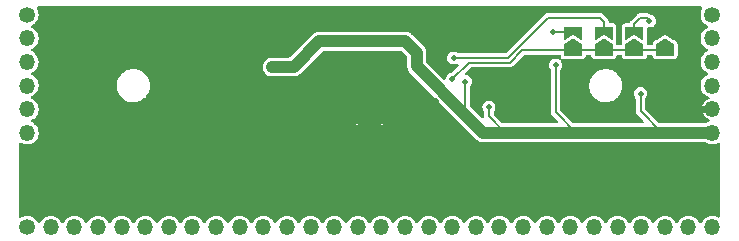
<source format=gbl>
G04 #@! TF.GenerationSoftware,KiCad,Pcbnew,(6.0.10)*
G04 #@! TF.CreationDate,2023-02-04T17:17:42+01:00*
G04 #@! TF.ProjectId,Lumissil_IS31FL3742A_breakout,4c756d69-7373-4696-9c5f-49533331464c,rev?*
G04 #@! TF.SameCoordinates,Original*
G04 #@! TF.FileFunction,Copper,L2,Bot*
G04 #@! TF.FilePolarity,Positive*
%FSLAX46Y46*%
G04 Gerber Fmt 4.6, Leading zero omitted, Abs format (unit mm)*
G04 Created by KiCad (PCBNEW (6.0.10)) date 2023-02-04 17:17:42*
%MOMM*%
%LPD*%
G01*
G04 APERTURE LIST*
G04 Aperture macros list*
%AMRotRect*
0 Rectangle, with rotation*
0 The origin of the aperture is its center*
0 $1 length*
0 $2 width*
0 $3 Rotation angle, in degrees counterclockwise*
0 Add horizontal line*
21,1,$1,$2,0,0,$3*%
%AMFreePoly0*
4,1,6,1.000000,0.000000,0.500000,-0.750000,-0.500000,-0.750000,-0.500000,0.750000,0.500000,0.750000,1.000000,0.000000,1.000000,0.000000,$1*%
%AMFreePoly1*
4,1,6,0.500000,-0.750000,-0.650000,-0.750000,-0.150000,0.000000,-0.650000,0.750000,0.500000,0.750000,0.500000,-0.750000,0.500000,-0.750000,$1*%
G04 Aperture macros list end*
G04 #@! TA.AperFunction,ComponentPad*
%ADD10C,1.350000*%
G04 #@! TD*
G04 #@! TA.AperFunction,ComponentPad*
%ADD11O,1.350000X1.350000*%
G04 #@! TD*
G04 #@! TA.AperFunction,ComponentPad*
%ADD12C,0.500000*%
G04 #@! TD*
G04 #@! TA.AperFunction,SMDPad,CuDef*
%ADD13RotRect,3.650000X3.650000X225.000000*%
G04 #@! TD*
G04 #@! TA.AperFunction,SMDPad,CuDef*
%ADD14FreePoly0,90.000000*%
G04 #@! TD*
G04 #@! TA.AperFunction,SMDPad,CuDef*
%ADD15FreePoly1,90.000000*%
G04 #@! TD*
G04 #@! TA.AperFunction,ViaPad*
%ADD16C,0.500000*%
G04 #@! TD*
G04 #@! TA.AperFunction,Conductor*
%ADD17C,1.000000*%
G04 #@! TD*
G04 #@! TA.AperFunction,Conductor*
%ADD18C,0.200000*%
G04 #@! TD*
G04 APERTURE END LIST*
D10*
X121000000Y-36500000D03*
D11*
X121000000Y-38500000D03*
X121000000Y-40500000D03*
X121000000Y-42500000D03*
X121000000Y-44500000D03*
X121000000Y-46500000D03*
D10*
X63000000Y-54500000D03*
D11*
X65000000Y-54500000D03*
X67000000Y-54500000D03*
X69000000Y-54500000D03*
X71000000Y-54500000D03*
X73000000Y-54500000D03*
X75000000Y-54500000D03*
X77000000Y-54500000D03*
X79000000Y-54500000D03*
X81000000Y-54500000D03*
X83000000Y-54500000D03*
X85000000Y-54500000D03*
X87000000Y-54500000D03*
X89000000Y-54500000D03*
X91000000Y-54500000D03*
X93000000Y-54500000D03*
X95000000Y-54500000D03*
X97000000Y-54500000D03*
X99000000Y-54500000D03*
X101000000Y-54500000D03*
X103000000Y-54500000D03*
X105000000Y-54500000D03*
X107000000Y-54500000D03*
X109000000Y-54500000D03*
X111000000Y-54500000D03*
X113000000Y-54500000D03*
X115000000Y-54500000D03*
X117000000Y-54500000D03*
X119000000Y-54500000D03*
X121000000Y-54500000D03*
D12*
X93484924Y-43257538D03*
X94227386Y-44000000D03*
X91257538Y-42515076D03*
X92742462Y-44000000D03*
X93484924Y-44742462D03*
X92742462Y-42515076D03*
X90515076Y-44742462D03*
X92742462Y-45484924D03*
X92000000Y-44742462D03*
X90515076Y-43257538D03*
X92000000Y-41772614D03*
X89772614Y-44000000D03*
X91257538Y-44000000D03*
D13*
X92000000Y-44000000D03*
D12*
X91257538Y-45484924D03*
X92000000Y-46227386D03*
X92000000Y-43257538D03*
D10*
X63000000Y-36500000D03*
D11*
X63000000Y-38500000D03*
X63000000Y-40500000D03*
X63000000Y-42500000D03*
X63000000Y-44500000D03*
X63000000Y-46500000D03*
D14*
X114430000Y-39475000D03*
D15*
X114430000Y-38025000D03*
D14*
X117020000Y-39475000D03*
D15*
X117020000Y-38025000D03*
D14*
X111840000Y-39475000D03*
D15*
X111840000Y-38025000D03*
D14*
X109250000Y-39475000D03*
D15*
X109250000Y-38025000D03*
D16*
X115700000Y-37029000D03*
X100120000Y-42160500D03*
X102100000Y-44330000D03*
X107750000Y-40750000D03*
X95040000Y-38760000D03*
X83750000Y-40929009D03*
X91250000Y-38750000D03*
X114940000Y-43190000D03*
X81920000Y-44580000D03*
X100290000Y-36490000D03*
X105500000Y-36500000D03*
X87972002Y-47522002D03*
X97681728Y-39805469D03*
X102610000Y-36660000D03*
X80820000Y-43480000D03*
X97610000Y-43830000D03*
X90000000Y-37000000D03*
X97000000Y-37000000D03*
X107500000Y-38000000D03*
X99130000Y-40160000D03*
X99006444Y-41933556D03*
D17*
X87750000Y-38750000D02*
X91250000Y-38750000D01*
X85570991Y-40929009D02*
X87750000Y-38750000D01*
X83750000Y-40929009D02*
X85570991Y-40929009D01*
X96000000Y-39720000D02*
X95040000Y-38760000D01*
X96000000Y-40876498D02*
X96000000Y-39720000D01*
X100186751Y-45063249D02*
X96000000Y-40876498D01*
D18*
X109500000Y-46500000D02*
X109750000Y-46500000D01*
X107750000Y-44750000D02*
X109500000Y-46500000D01*
X107750000Y-40750000D02*
X107750000Y-44750000D01*
X100120000Y-44996498D02*
X100186751Y-45063249D01*
X100120000Y-42160500D02*
X100120000Y-44996498D01*
D17*
X101623503Y-46500000D02*
X100186751Y-45063249D01*
D18*
X102100000Y-45100000D02*
X103500000Y-46500000D01*
X102100000Y-44330000D02*
X102100000Y-45100000D01*
D17*
X109750000Y-46500000D02*
X103500000Y-46500000D01*
X103500000Y-46500000D02*
X101623503Y-46500000D01*
X116750000Y-46500000D02*
X109750000Y-46500000D01*
D18*
X114940000Y-43190000D02*
X114940000Y-44690000D01*
D17*
X121000000Y-46500000D02*
X116750000Y-46500000D01*
D18*
X114940000Y-44690000D02*
X116750000Y-46500000D01*
D17*
X91260000Y-38760000D02*
X91250000Y-38750000D01*
X95040000Y-38760000D02*
X91260000Y-38760000D01*
D18*
X115700000Y-37029000D02*
X115471000Y-36800000D01*
X114900000Y-36800000D02*
X114430000Y-37270000D01*
X114430000Y-37270000D02*
X114430000Y-38025000D01*
X115471000Y-36800000D02*
X114900000Y-36800000D01*
X107500000Y-38000000D02*
X109225000Y-38000000D01*
X109225000Y-38000000D02*
X109250000Y-38025000D01*
X111840000Y-37090000D02*
X111840000Y-38025000D01*
X107100001Y-36750000D02*
X111500000Y-36750000D01*
X111500000Y-36750000D02*
X111840000Y-37090000D01*
X99130000Y-40160000D02*
X103690000Y-40160000D01*
X103690000Y-40160000D02*
X107100001Y-36750000D01*
X109250000Y-39475000D02*
X111840000Y-39475000D01*
X104940686Y-39475000D02*
X109250000Y-39475000D01*
X100380000Y-40560000D02*
X103855686Y-40560000D01*
X111840000Y-39475000D02*
X114430000Y-39475000D01*
X114430000Y-39475000D02*
X117020000Y-39475000D01*
X99006444Y-41933556D02*
X100380000Y-40560000D01*
X103855686Y-40560000D02*
X104940686Y-39475000D01*
G04 #@! TA.AperFunction,Conductor*
G36*
X120126377Y-35820502D02*
G01*
X120172870Y-35874158D01*
X120182974Y-35944432D01*
X120168671Y-35987201D01*
X120099045Y-36113850D01*
X120097184Y-36119717D01*
X120097183Y-36119719D01*
X120093171Y-36132367D01*
X120041200Y-36296201D01*
X120019876Y-36486314D01*
X120035884Y-36676948D01*
X120037583Y-36682872D01*
X120079511Y-36829095D01*
X120088614Y-36860843D01*
X120091433Y-36866328D01*
X120173242Y-37025511D01*
X120173245Y-37025516D01*
X120176060Y-37030993D01*
X120294889Y-37180918D01*
X120299583Y-37184913D01*
X120433730Y-37299081D01*
X120440575Y-37304907D01*
X120445953Y-37307913D01*
X120445955Y-37307914D01*
X120594700Y-37391044D01*
X120644406Y-37441737D01*
X120658814Y-37511256D01*
X120633351Y-37577529D01*
X120591605Y-37612694D01*
X120463268Y-37679787D01*
X120458468Y-37683647D01*
X120458467Y-37683647D01*
X120318983Y-37795795D01*
X120314176Y-37799660D01*
X120191207Y-37946208D01*
X120188237Y-37951611D01*
X120188236Y-37951612D01*
X120157610Y-38007321D01*
X120099045Y-38113850D01*
X120097184Y-38119717D01*
X120097183Y-38119719D01*
X120056660Y-38247465D01*
X120041200Y-38296201D01*
X120019876Y-38486314D01*
X120035884Y-38676948D01*
X120049579Y-38724710D01*
X120066028Y-38782073D01*
X120088614Y-38860843D01*
X120091433Y-38866328D01*
X120173242Y-39025511D01*
X120173245Y-39025516D01*
X120176060Y-39030993D01*
X120294889Y-39180918D01*
X120299583Y-39184913D01*
X120435154Y-39300293D01*
X120440575Y-39304907D01*
X120445953Y-39307913D01*
X120445955Y-39307914D01*
X120594700Y-39391044D01*
X120644406Y-39441737D01*
X120658814Y-39511256D01*
X120633351Y-39577529D01*
X120591605Y-39612694D01*
X120463268Y-39679787D01*
X120458468Y-39683647D01*
X120458467Y-39683647D01*
X120354325Y-39767379D01*
X120314176Y-39799660D01*
X120191207Y-39946208D01*
X120188237Y-39951611D01*
X120188236Y-39951612D01*
X120148177Y-40024480D01*
X120099045Y-40113850D01*
X120097184Y-40119717D01*
X120097183Y-40119719D01*
X120048190Y-40274165D01*
X120041200Y-40296201D01*
X120019876Y-40486314D01*
X120020392Y-40492458D01*
X120032854Y-40640861D01*
X120035884Y-40676948D01*
X120088614Y-40860843D01*
X120091433Y-40866328D01*
X120173242Y-41025511D01*
X120173245Y-41025516D01*
X120176060Y-41030993D01*
X120294889Y-41180918D01*
X120299583Y-41184913D01*
X120401742Y-41271857D01*
X120440575Y-41304907D01*
X120584920Y-41385578D01*
X120594700Y-41391044D01*
X120644406Y-41441737D01*
X120658814Y-41511256D01*
X120633351Y-41577529D01*
X120591605Y-41612694D01*
X120463268Y-41679787D01*
X120458468Y-41683647D01*
X120458467Y-41683647D01*
X120400348Y-41730376D01*
X120314176Y-41799660D01*
X120191207Y-41946208D01*
X120188237Y-41951611D01*
X120188236Y-41951612D01*
X120177471Y-41971193D01*
X120099045Y-42113850D01*
X120097184Y-42119717D01*
X120097183Y-42119719D01*
X120043062Y-42290331D01*
X120041200Y-42296201D01*
X120019876Y-42486314D01*
X120020392Y-42492458D01*
X120034962Y-42665964D01*
X120035884Y-42676948D01*
X120047416Y-42717166D01*
X120065039Y-42778624D01*
X120088614Y-42860843D01*
X120091433Y-42866328D01*
X120173242Y-43025511D01*
X120173245Y-43025516D01*
X120176060Y-43030993D01*
X120294889Y-43180918D01*
X120299583Y-43184913D01*
X120381881Y-43254954D01*
X120440575Y-43304907D01*
X120445953Y-43307913D01*
X120445955Y-43307914D01*
X120474010Y-43323593D01*
X120607570Y-43398237D01*
X120709181Y-43431253D01*
X120767786Y-43471325D01*
X120795423Y-43536722D01*
X120783316Y-43606679D01*
X120735310Y-43658985D01*
X120721493Y-43666192D01*
X120566120Y-43735369D01*
X120554748Y-43741935D01*
X120416630Y-43842283D01*
X120406864Y-43851077D01*
X120292630Y-43977947D01*
X120284909Y-43988573D01*
X120199548Y-44136422D01*
X120194202Y-44148429D01*
X120183045Y-44182768D01*
X120182642Y-44196867D01*
X120189014Y-44200000D01*
X121174000Y-44200000D01*
X121242121Y-44220002D01*
X121288614Y-44273658D01*
X121300000Y-44326000D01*
X121300000Y-44674000D01*
X121279998Y-44742121D01*
X121226342Y-44788614D01*
X121174000Y-44800000D01*
X120195561Y-44800000D01*
X120182030Y-44803973D01*
X120181020Y-44811000D01*
X120194202Y-44851571D01*
X120199548Y-44863578D01*
X120284909Y-45011427D01*
X120292630Y-45022053D01*
X120406864Y-45148923D01*
X120416630Y-45157717D01*
X120554748Y-45258065D01*
X120566125Y-45264633D01*
X120721329Y-45333736D01*
X120775424Y-45379716D01*
X120796073Y-45447643D01*
X120776720Y-45515951D01*
X120723509Y-45562952D01*
X120705671Y-45569710D01*
X120632803Y-45591156D01*
X120463268Y-45679787D01*
X120463206Y-45679668D01*
X120396679Y-45699500D01*
X116568083Y-45699500D01*
X116499962Y-45679498D01*
X116478988Y-45662595D01*
X115377405Y-44561012D01*
X115343379Y-44498700D01*
X115340500Y-44471917D01*
X115340500Y-43615124D01*
X115360502Y-43547003D01*
X115366538Y-43538420D01*
X115387539Y-43511051D01*
X115420861Y-43467625D01*
X115476330Y-43333709D01*
X115495250Y-43190000D01*
X115476330Y-43046291D01*
X115420861Y-42912375D01*
X115332621Y-42797379D01*
X115217625Y-42709139D01*
X115083709Y-42653670D01*
X114940000Y-42634750D01*
X114796291Y-42653670D01*
X114662375Y-42709139D01*
X114547379Y-42797379D01*
X114459139Y-42912375D01*
X114403670Y-43046291D01*
X114384750Y-43190000D01*
X114403670Y-43333709D01*
X114459139Y-43467625D01*
X114492461Y-43511051D01*
X114513462Y-43538420D01*
X114539063Y-43604640D01*
X114539500Y-43615124D01*
X114539500Y-44753433D01*
X114542564Y-44762864D01*
X114542565Y-44762868D01*
X114546297Y-44774353D01*
X114550913Y-44793578D01*
X114554354Y-44815304D01*
X114558855Y-44824137D01*
X114558856Y-44824141D01*
X114564341Y-44834906D01*
X114571905Y-44853166D01*
X114578704Y-44874090D01*
X114591639Y-44891893D01*
X114601965Y-44908745D01*
X114611950Y-44928342D01*
X114634513Y-44950905D01*
X114634516Y-44950909D01*
X115168012Y-45484405D01*
X115202038Y-45546717D01*
X115196973Y-45617532D01*
X115154426Y-45674368D01*
X115087906Y-45699179D01*
X115078917Y-45699500D01*
X109318083Y-45699500D01*
X109249962Y-45679498D01*
X109228988Y-45662595D01*
X108187405Y-44621012D01*
X108153379Y-44558700D01*
X108150500Y-44531917D01*
X108150500Y-42433789D01*
X110595996Y-42433789D01*
X110596196Y-42439118D01*
X110596196Y-42439119D01*
X110597351Y-42469886D01*
X110604913Y-42671295D01*
X110653719Y-42903904D01*
X110655677Y-42908863D01*
X110655678Y-42908865D01*
X110704925Y-43033564D01*
X110741020Y-43124963D01*
X110743787Y-43129522D01*
X110743788Y-43129525D01*
X110794829Y-43213637D01*
X110864319Y-43328153D01*
X110867816Y-43332183D01*
X110999810Y-43484293D01*
X111020090Y-43507664D01*
X111024216Y-43511047D01*
X111024220Y-43511051D01*
X111121916Y-43591156D01*
X111203880Y-43658362D01*
X111208516Y-43661001D01*
X111208519Y-43661003D01*
X111307804Y-43717519D01*
X111410433Y-43775939D01*
X111633844Y-43857034D01*
X111639092Y-43857983D01*
X111863641Y-43898588D01*
X111863648Y-43898589D01*
X111867725Y-43899326D01*
X111885991Y-43900187D01*
X111891131Y-43900430D01*
X111891138Y-43900430D01*
X111892619Y-43900500D01*
X112059680Y-43900500D01*
X112142026Y-43893513D01*
X112231512Y-43885920D01*
X112231516Y-43885919D01*
X112236823Y-43885469D01*
X112241978Y-43884131D01*
X112241984Y-43884130D01*
X112461703Y-43827102D01*
X112461702Y-43827102D01*
X112466874Y-43825760D01*
X112583327Y-43773302D01*
X112678715Y-43730333D01*
X112678718Y-43730332D01*
X112683576Y-43728143D01*
X112880732Y-43595409D01*
X112885191Y-43591156D01*
X112958643Y-43521086D01*
X113052705Y-43431355D01*
X113194579Y-43240670D01*
X113302295Y-43028807D01*
X113309940Y-43004188D01*
X113371193Y-42806919D01*
X113372775Y-42801824D01*
X113385479Y-42705979D01*
X113403304Y-42571494D01*
X113403304Y-42571491D01*
X113404004Y-42566211D01*
X113401894Y-42509997D01*
X113395287Y-42334036D01*
X113395087Y-42328705D01*
X113346281Y-42096096D01*
X113330214Y-42055412D01*
X113260941Y-41880002D01*
X113260940Y-41880000D01*
X113258980Y-41875037D01*
X113216708Y-41805374D01*
X113138448Y-41676407D01*
X113135681Y-41671847D01*
X113119304Y-41652974D01*
X112983410Y-41496369D01*
X112983408Y-41496367D01*
X112979910Y-41492336D01*
X112975784Y-41488953D01*
X112975780Y-41488949D01*
X112831805Y-41370898D01*
X112796120Y-41341638D01*
X112791484Y-41338999D01*
X112791481Y-41338997D01*
X112662070Y-41265332D01*
X112589567Y-41224061D01*
X112366156Y-41142966D01*
X112307465Y-41132353D01*
X112136359Y-41101412D01*
X112136352Y-41101411D01*
X112132275Y-41100674D01*
X112114009Y-41099813D01*
X112108869Y-41099570D01*
X112108862Y-41099570D01*
X112107381Y-41099500D01*
X111940320Y-41099500D01*
X111857974Y-41106487D01*
X111768488Y-41114080D01*
X111768484Y-41114081D01*
X111763177Y-41114531D01*
X111758022Y-41115869D01*
X111758016Y-41115870D01*
X111646612Y-41144785D01*
X111533126Y-41174240D01*
X111454079Y-41209848D01*
X111321285Y-41269667D01*
X111321282Y-41269668D01*
X111316424Y-41271857D01*
X111312000Y-41274836D01*
X111311999Y-41274836D01*
X111289741Y-41289821D01*
X111119268Y-41404591D01*
X111115411Y-41408270D01*
X111115409Y-41408272D01*
X111068842Y-41452695D01*
X110947295Y-41568645D01*
X110805421Y-41759330D01*
X110697705Y-41971193D01*
X110696124Y-41976284D01*
X110696123Y-41976287D01*
X110651181Y-42121026D01*
X110627225Y-42198176D01*
X110626524Y-42203465D01*
X110598564Y-42414417D01*
X110595996Y-42433789D01*
X108150500Y-42433789D01*
X108150500Y-41175124D01*
X108170502Y-41107003D01*
X108176538Y-41098420D01*
X108186389Y-41085582D01*
X108230861Y-41027625D01*
X108286330Y-40893709D01*
X108305250Y-40750000D01*
X108286330Y-40606291D01*
X108230861Y-40472375D01*
X108196090Y-40427061D01*
X108170489Y-40360841D01*
X108184753Y-40291292D01*
X108188514Y-40287441D01*
X108164086Y-40304325D01*
X108093130Y-40306711D01*
X108047845Y-40284655D01*
X108027625Y-40269139D01*
X107893709Y-40213670D01*
X107750000Y-40194750D01*
X107606291Y-40213670D01*
X107472375Y-40269139D01*
X107357379Y-40357379D01*
X107269139Y-40472375D01*
X107213670Y-40606291D01*
X107194750Y-40750000D01*
X107213670Y-40893709D01*
X107269139Y-41027625D01*
X107313611Y-41085582D01*
X107323462Y-41098420D01*
X107349063Y-41164640D01*
X107349500Y-41175124D01*
X107349500Y-44813433D01*
X107352564Y-44822864D01*
X107352565Y-44822868D01*
X107356297Y-44834353D01*
X107360913Y-44853578D01*
X107364354Y-44875304D01*
X107368855Y-44884137D01*
X107368856Y-44884141D01*
X107374341Y-44894906D01*
X107381905Y-44913166D01*
X107388704Y-44934090D01*
X107401639Y-44951893D01*
X107411965Y-44968745D01*
X107421950Y-44988342D01*
X107444513Y-45010905D01*
X107444516Y-45010909D01*
X107918012Y-45484405D01*
X107952038Y-45546717D01*
X107946973Y-45617532D01*
X107904426Y-45674368D01*
X107837906Y-45699179D01*
X107828917Y-45699500D01*
X103318083Y-45699500D01*
X103249962Y-45679498D01*
X103228988Y-45662595D01*
X102537405Y-44971012D01*
X102503379Y-44908700D01*
X102500500Y-44881917D01*
X102500500Y-44755124D01*
X102520502Y-44687003D01*
X102526538Y-44678420D01*
X102536389Y-44665582D01*
X102580861Y-44607625D01*
X102636330Y-44473709D01*
X102655250Y-44330000D01*
X102636330Y-44186291D01*
X102580861Y-44052375D01*
X102492621Y-43937379D01*
X102377625Y-43849139D01*
X102243709Y-43793670D01*
X102100000Y-43774750D01*
X101956291Y-43793670D01*
X101822375Y-43849139D01*
X101707379Y-43937379D01*
X101619139Y-44052375D01*
X101563670Y-44186291D01*
X101544750Y-44330000D01*
X101563670Y-44473709D01*
X101619139Y-44607625D01*
X101663611Y-44665582D01*
X101673462Y-44678420D01*
X101699063Y-44744640D01*
X101699500Y-44755124D01*
X101699500Y-45139729D01*
X101679498Y-45207850D01*
X101625842Y-45254343D01*
X101555568Y-45264447D01*
X101490988Y-45234953D01*
X101484414Y-45228833D01*
X100720860Y-44465280D01*
X100557404Y-44301824D01*
X100523380Y-44239513D01*
X100520500Y-44212730D01*
X100520500Y-42585624D01*
X100540502Y-42517503D01*
X100546538Y-42508920D01*
X100568584Y-42480189D01*
X100600861Y-42438125D01*
X100656330Y-42304209D01*
X100675250Y-42160500D01*
X100656330Y-42016791D01*
X100600861Y-41882875D01*
X100512621Y-41767879D01*
X100397625Y-41679639D01*
X100263709Y-41624170D01*
X100179919Y-41613139D01*
X100114993Y-41584417D01*
X100075901Y-41525152D01*
X100075056Y-41454160D01*
X100107271Y-41399122D01*
X100508988Y-40997405D01*
X100571300Y-40963379D01*
X100598083Y-40960500D01*
X103919119Y-40960500D01*
X103928550Y-40957436D01*
X103928554Y-40957435D01*
X103940039Y-40953703D01*
X103959264Y-40949087D01*
X103971198Y-40947197D01*
X103971199Y-40947197D01*
X103980990Y-40945646D01*
X103989823Y-40941145D01*
X103989827Y-40941144D01*
X104000592Y-40935659D01*
X104018852Y-40928095D01*
X104039776Y-40921296D01*
X104057579Y-40908361D01*
X104074431Y-40898035D01*
X104085188Y-40892554D01*
X104094028Y-40888050D01*
X104116591Y-40865487D01*
X104116595Y-40865484D01*
X105069674Y-39912405D01*
X105131986Y-39878379D01*
X105158769Y-39875500D01*
X108069385Y-39875500D01*
X108137506Y-39895502D01*
X108183999Y-39949158D01*
X108193592Y-39988820D01*
X108194089Y-39988739D01*
X108195160Y-39995303D01*
X108195251Y-39995680D01*
X108195599Y-40003207D01*
X108226344Y-40111264D01*
X108233379Y-40120580D01*
X108237336Y-40128527D01*
X108249796Y-40198421D01*
X108230709Y-40244229D01*
X108234354Y-40240496D01*
X108303544Y-40224580D01*
X108362382Y-40243229D01*
X108379643Y-40253917D01*
X108379646Y-40253918D01*
X108389567Y-40260061D01*
X108401039Y-40262205D01*
X108401040Y-40262206D01*
X108494275Y-40279635D01*
X108494277Y-40279635D01*
X108500000Y-40280705D01*
X110000000Y-40280705D01*
X110001442Y-40280638D01*
X110001457Y-40280638D01*
X110013332Y-40280089D01*
X110028207Y-40279401D01*
X110075381Y-40265979D01*
X110125035Y-40251851D01*
X110136264Y-40248656D01*
X110191340Y-40207065D01*
X110216601Y-40187989D01*
X110216602Y-40187988D01*
X110225919Y-40180952D01*
X110259654Y-40126467D01*
X110278917Y-40095357D01*
X110278918Y-40095354D01*
X110285061Y-40085433D01*
X110305080Y-39978346D01*
X110337258Y-39915062D01*
X110398543Y-39879220D01*
X110428934Y-39875500D01*
X110659385Y-39875500D01*
X110727506Y-39895502D01*
X110773999Y-39949158D01*
X110783592Y-39988820D01*
X110784089Y-39988739D01*
X110785160Y-39995303D01*
X110785251Y-39995680D01*
X110785599Y-40003207D01*
X110816344Y-40111264D01*
X110823380Y-40120581D01*
X110874284Y-40187989D01*
X110884048Y-40200919D01*
X110922262Y-40224580D01*
X110969643Y-40253917D01*
X110969646Y-40253918D01*
X110979567Y-40260061D01*
X110991039Y-40262205D01*
X110991040Y-40262206D01*
X111084275Y-40279635D01*
X111084277Y-40279635D01*
X111090000Y-40280705D01*
X112590000Y-40280705D01*
X112591442Y-40280638D01*
X112591457Y-40280638D01*
X112603332Y-40280089D01*
X112618207Y-40279401D01*
X112665381Y-40265979D01*
X112715035Y-40251851D01*
X112726264Y-40248656D01*
X112781340Y-40207065D01*
X112806601Y-40187989D01*
X112806602Y-40187988D01*
X112815919Y-40180952D01*
X112849654Y-40126467D01*
X112868917Y-40095357D01*
X112868918Y-40095354D01*
X112875061Y-40085433D01*
X112895080Y-39978346D01*
X112927258Y-39915062D01*
X112988543Y-39879220D01*
X113018934Y-39875500D01*
X113249385Y-39875500D01*
X113317506Y-39895502D01*
X113363999Y-39949158D01*
X113373592Y-39988820D01*
X113374089Y-39988739D01*
X113375160Y-39995303D01*
X113375251Y-39995680D01*
X113375599Y-40003207D01*
X113406344Y-40111264D01*
X113413380Y-40120581D01*
X113464284Y-40187989D01*
X113474048Y-40200919D01*
X113512262Y-40224580D01*
X113559643Y-40253917D01*
X113559646Y-40253918D01*
X113569567Y-40260061D01*
X113581039Y-40262205D01*
X113581040Y-40262206D01*
X113674275Y-40279635D01*
X113674277Y-40279635D01*
X113680000Y-40280705D01*
X115180000Y-40280705D01*
X115181442Y-40280638D01*
X115181457Y-40280638D01*
X115193332Y-40280089D01*
X115208207Y-40279401D01*
X115255381Y-40265979D01*
X115305035Y-40251851D01*
X115316264Y-40248656D01*
X115371340Y-40207065D01*
X115396601Y-40187989D01*
X115396602Y-40187988D01*
X115405919Y-40180952D01*
X115439654Y-40126467D01*
X115458917Y-40095357D01*
X115458918Y-40095354D01*
X115465061Y-40085433D01*
X115485080Y-39978346D01*
X115517258Y-39915062D01*
X115578543Y-39879220D01*
X115608934Y-39875500D01*
X115839385Y-39875500D01*
X115907506Y-39895502D01*
X115953999Y-39949158D01*
X115963592Y-39988820D01*
X115964089Y-39988739D01*
X115965160Y-39995303D01*
X115965251Y-39995680D01*
X115965599Y-40003207D01*
X115996344Y-40111264D01*
X116003380Y-40120581D01*
X116054284Y-40187989D01*
X116064048Y-40200919D01*
X116102262Y-40224580D01*
X116149643Y-40253917D01*
X116149646Y-40253918D01*
X116159567Y-40260061D01*
X116171039Y-40262205D01*
X116171040Y-40262206D01*
X116264275Y-40279635D01*
X116264277Y-40279635D01*
X116270000Y-40280705D01*
X117770000Y-40280705D01*
X117771442Y-40280638D01*
X117771457Y-40280638D01*
X117783332Y-40280089D01*
X117798207Y-40279401D01*
X117845381Y-40265979D01*
X117895035Y-40251851D01*
X117906264Y-40248656D01*
X117961340Y-40207065D01*
X117986601Y-40187989D01*
X117986602Y-40187988D01*
X117995919Y-40180952D01*
X118029654Y-40126467D01*
X118048917Y-40095357D01*
X118048918Y-40095354D01*
X118055061Y-40085433D01*
X118066456Y-40024480D01*
X118074635Y-39980725D01*
X118074635Y-39980723D01*
X118075705Y-39975000D01*
X118075705Y-38975000D01*
X118066680Y-38901266D01*
X118020010Y-38799072D01*
X117939575Y-38720638D01*
X117489371Y-38420502D01*
X117190456Y-38221225D01*
X117190442Y-38221216D01*
X117189575Y-38220638D01*
X117185882Y-38218351D01*
X117177963Y-38213448D01*
X117172110Y-38209824D01*
X117165614Y-38207555D01*
X117165611Y-38207554D01*
X117077069Y-38176633D01*
X117066045Y-38172783D01*
X117054376Y-38173175D01*
X117054375Y-38173175D01*
X117009904Y-38174670D01*
X116953763Y-38176557D01*
X116850425Y-38220638D01*
X116845578Y-38223869D01*
X116845573Y-38223872D01*
X116103614Y-38718512D01*
X116100425Y-38720638D01*
X116044081Y-38769048D01*
X116038989Y-38777271D01*
X116038988Y-38777273D01*
X115991083Y-38854643D01*
X115991082Y-38854646D01*
X115984939Y-38864567D01*
X115982795Y-38876039D01*
X115982794Y-38876040D01*
X115977557Y-38904054D01*
X115965008Y-38971189D01*
X115964921Y-38971653D01*
X115932742Y-39034938D01*
X115871457Y-39070780D01*
X115841066Y-39074500D01*
X115609402Y-39074500D01*
X115541281Y-39054498D01*
X115494788Y-39000842D01*
X115484335Y-38963808D01*
X115476680Y-38901266D01*
X115466939Y-38879936D01*
X115456834Y-38809664D01*
X115461804Y-38790694D01*
X115465061Y-38785433D01*
X115478967Y-38711046D01*
X115484635Y-38680725D01*
X115484635Y-38680723D01*
X115485705Y-38675000D01*
X115485705Y-37699713D01*
X115505707Y-37631592D01*
X115559363Y-37585099D01*
X115628151Y-37574791D01*
X115691811Y-37583172D01*
X115691812Y-37583172D01*
X115700000Y-37584250D01*
X115843709Y-37565330D01*
X115977625Y-37509861D01*
X116092621Y-37421621D01*
X116180861Y-37306625D01*
X116186532Y-37292935D01*
X116215668Y-37222592D01*
X116236330Y-37172709D01*
X116255250Y-37029000D01*
X116236330Y-36885291D01*
X116180861Y-36751375D01*
X116092621Y-36636379D01*
X115977625Y-36548139D01*
X115843709Y-36492670D01*
X115790506Y-36485665D01*
X115738824Y-36478861D01*
X115698071Y-36466207D01*
X115689747Y-36461966D01*
X115672893Y-36451639D01*
X115655090Y-36438704D01*
X115634166Y-36431905D01*
X115615906Y-36424341D01*
X115605141Y-36418856D01*
X115605137Y-36418855D01*
X115596304Y-36414354D01*
X115586513Y-36412803D01*
X115586512Y-36412803D01*
X115574578Y-36410913D01*
X115555353Y-36406297D01*
X115543868Y-36402565D01*
X115543864Y-36402564D01*
X115534433Y-36399500D01*
X114868481Y-36399500D01*
X114868477Y-36399501D01*
X114836567Y-36399501D01*
X114827140Y-36402564D01*
X114827133Y-36402565D01*
X114815647Y-36406297D01*
X114796427Y-36410911D01*
X114784493Y-36412801D01*
X114784485Y-36412803D01*
X114774696Y-36414354D01*
X114765865Y-36418854D01*
X114765861Y-36418855D01*
X114755093Y-36424342D01*
X114736832Y-36431906D01*
X114715910Y-36438704D01*
X114700918Y-36449597D01*
X114698116Y-36451632D01*
X114681259Y-36461962D01*
X114670493Y-36467448D01*
X114670492Y-36467449D01*
X114661658Y-36471950D01*
X114639091Y-36494517D01*
X114124516Y-37009091D01*
X114124513Y-37009095D01*
X114101950Y-37031658D01*
X114097446Y-37040498D01*
X114091965Y-37051255D01*
X114081639Y-37068107D01*
X114068704Y-37085910D01*
X114061907Y-37106830D01*
X114054341Y-37125094D01*
X114044354Y-37144695D01*
X114042246Y-37143621D01*
X114009964Y-37190835D01*
X113944569Y-37218473D01*
X113930202Y-37219295D01*
X113680000Y-37219295D01*
X113678558Y-37219362D01*
X113678543Y-37219362D01*
X113666668Y-37219911D01*
X113651793Y-37220599D01*
X113543736Y-37251344D01*
X113534418Y-37258380D01*
X113534419Y-37258380D01*
X113463399Y-37312011D01*
X113463398Y-37312012D01*
X113454081Y-37319048D01*
X113427719Y-37361624D01*
X113401083Y-37404643D01*
X113401082Y-37404646D01*
X113394939Y-37414567D01*
X113392795Y-37426039D01*
X113392794Y-37426040D01*
X113375365Y-37519275D01*
X113374295Y-37525000D01*
X113374295Y-38675000D01*
X113375052Y-38679829D01*
X113375052Y-38679835D01*
X113375528Y-38682872D01*
X113388942Y-38768492D01*
X113394051Y-38777943D01*
X113396563Y-38785385D01*
X113399397Y-38856325D01*
X113398717Y-38858466D01*
X113394939Y-38864567D01*
X113375008Y-38971189D01*
X113374921Y-38971653D01*
X113342742Y-39034938D01*
X113281457Y-39070780D01*
X113251066Y-39074500D01*
X113019402Y-39074500D01*
X112951281Y-39054498D01*
X112904788Y-39000842D01*
X112894335Y-38963808D01*
X112886680Y-38901266D01*
X112876939Y-38879936D01*
X112866834Y-38809664D01*
X112871804Y-38790694D01*
X112875061Y-38785433D01*
X112888967Y-38711046D01*
X112894635Y-38680725D01*
X112894635Y-38680723D01*
X112895705Y-38675000D01*
X112895705Y-37525000D01*
X112895441Y-37519275D01*
X112895005Y-37509861D01*
X112894401Y-37496793D01*
X112879594Y-37444750D01*
X112866851Y-37399965D01*
X112863656Y-37388736D01*
X112828990Y-37342830D01*
X112802989Y-37308399D01*
X112802988Y-37308398D01*
X112795952Y-37299081D01*
X112730217Y-37258380D01*
X112710357Y-37246083D01*
X112710354Y-37246082D01*
X112700433Y-37239939D01*
X112688961Y-37237795D01*
X112688960Y-37237794D01*
X112595725Y-37220365D01*
X112595723Y-37220365D01*
X112590000Y-37219295D01*
X112366500Y-37219295D01*
X112298379Y-37199293D01*
X112251886Y-37145637D01*
X112240500Y-37093295D01*
X112240500Y-37026567D01*
X112237436Y-37017136D01*
X112237435Y-37017132D01*
X112233703Y-37005647D01*
X112229087Y-36986422D01*
X112227197Y-36974488D01*
X112227197Y-36974487D01*
X112225646Y-36964696D01*
X112221145Y-36955863D01*
X112221144Y-36955859D01*
X112215658Y-36945092D01*
X112208092Y-36926828D01*
X112204360Y-36915342D01*
X112201296Y-36905911D01*
X112188365Y-36888113D01*
X112178037Y-36871258D01*
X112172555Y-36860499D01*
X112172554Y-36860497D01*
X112168050Y-36851658D01*
X112145487Y-36829095D01*
X112145484Y-36829091D01*
X111760909Y-36444516D01*
X111760905Y-36444513D01*
X111738342Y-36421950D01*
X111718746Y-36411965D01*
X111701893Y-36401639D01*
X111684090Y-36388704D01*
X111663166Y-36381905D01*
X111644906Y-36374341D01*
X111634141Y-36368856D01*
X111634137Y-36368855D01*
X111625304Y-36364354D01*
X111615513Y-36362803D01*
X111615512Y-36362803D01*
X111603578Y-36360913D01*
X111584353Y-36356297D01*
X111572868Y-36352565D01*
X111572864Y-36352564D01*
X111563433Y-36349500D01*
X107036568Y-36349500D01*
X107027137Y-36352564D01*
X107027133Y-36352565D01*
X107015648Y-36356297D01*
X106996423Y-36360913D01*
X106984489Y-36362803D01*
X106984488Y-36362803D01*
X106974697Y-36364354D01*
X106965864Y-36368855D01*
X106965860Y-36368856D01*
X106955095Y-36374341D01*
X106936835Y-36381905D01*
X106915911Y-36388704D01*
X106898108Y-36401639D01*
X106881255Y-36411965D01*
X106861659Y-36421950D01*
X106839096Y-36444513D01*
X106839092Y-36444516D01*
X106839084Y-36444524D01*
X103561012Y-39722595D01*
X103498700Y-39756621D01*
X103471917Y-39759500D01*
X99555124Y-39759500D01*
X99487003Y-39739498D01*
X99478420Y-39733462D01*
X99464258Y-39722595D01*
X99407625Y-39679139D01*
X99273709Y-39623670D01*
X99130000Y-39604750D01*
X98986291Y-39623670D01*
X98852375Y-39679139D01*
X98737379Y-39767379D01*
X98649139Y-39882375D01*
X98593670Y-40016291D01*
X98574750Y-40160000D01*
X98593670Y-40303709D01*
X98649139Y-40437625D01*
X98737379Y-40552621D01*
X98852375Y-40640861D01*
X98986291Y-40696330D01*
X99130000Y-40715250D01*
X99273709Y-40696330D01*
X99306200Y-40682872D01*
X99377417Y-40653374D01*
X99448007Y-40645785D01*
X99511493Y-40677565D01*
X99547720Y-40738623D01*
X99545186Y-40809575D01*
X99514729Y-40858878D01*
X99023856Y-41349751D01*
X98961544Y-41383777D01*
X98951212Y-41385577D01*
X98862735Y-41397226D01*
X98728819Y-41452695D01*
X98613823Y-41540935D01*
X98525583Y-41655931D01*
X98470114Y-41789847D01*
X98456862Y-41890504D01*
X98454057Y-41911811D01*
X98425335Y-41976738D01*
X98366069Y-42015830D01*
X98295078Y-42016675D01*
X98240040Y-41984460D01*
X96837405Y-40581825D01*
X96803379Y-40519513D01*
X96800500Y-40492730D01*
X96800500Y-39729083D01*
X96800507Y-39727763D01*
X96800969Y-39683647D01*
X96801441Y-39638593D01*
X96792384Y-39596704D01*
X96790324Y-39584126D01*
X96786331Y-39548524D01*
X96786330Y-39548522D01*
X96785546Y-39541528D01*
X96774650Y-39510241D01*
X96770489Y-39495436D01*
X96764977Y-39469939D01*
X96764976Y-39469936D01*
X96763489Y-39463058D01*
X96745370Y-39424201D01*
X96740586Y-39412418D01*
X96726485Y-39371927D01*
X96708930Y-39343833D01*
X96701589Y-39330313D01*
X96690568Y-39306677D01*
X96690567Y-39306676D01*
X96687591Y-39300293D01*
X96661326Y-39266433D01*
X96654031Y-39255976D01*
X96635050Y-39225600D01*
X96635048Y-39225597D01*
X96631316Y-39219625D01*
X96602997Y-39191107D01*
X96602415Y-39190485D01*
X96601901Y-39189823D01*
X96576041Y-39163963D01*
X96504770Y-39092193D01*
X96503743Y-39091541D01*
X96502535Y-39090457D01*
X95612519Y-38200441D01*
X95611590Y-38199503D01*
X95611325Y-38199232D01*
X95549141Y-38135732D01*
X95543221Y-38131917D01*
X95543215Y-38131912D01*
X95513109Y-38112510D01*
X95502755Y-38105070D01*
X95474774Y-38082733D01*
X95469266Y-38078336D01*
X95439441Y-38063918D01*
X95426025Y-38056389D01*
X95404109Y-38042265D01*
X95398183Y-38038446D01*
X95357909Y-38023787D01*
X95346169Y-38018828D01*
X95322365Y-38007321D01*
X95307578Y-38000173D01*
X95300723Y-37998590D01*
X95300719Y-37998589D01*
X95281757Y-37994212D01*
X95275302Y-37992721D01*
X95260554Y-37988352D01*
X95236045Y-37979432D01*
X95236041Y-37979431D01*
X95229422Y-37977022D01*
X95186882Y-37971648D01*
X95174363Y-37969418D01*
X95132589Y-37959774D01*
X95125548Y-37959749D01*
X95125545Y-37959749D01*
X95092418Y-37959633D01*
X95091545Y-37959604D01*
X95090717Y-37959500D01*
X95054262Y-37959500D01*
X95053822Y-37959499D01*
X94956493Y-37959159D01*
X94956490Y-37959159D01*
X94953000Y-37959147D01*
X94951812Y-37959413D01*
X94950200Y-37959500D01*
X91399075Y-37959500D01*
X91370732Y-37956271D01*
X91349451Y-37951358D01*
X91349449Y-37951358D01*
X91342589Y-37949774D01*
X91335548Y-37949749D01*
X91335545Y-37949749D01*
X91302418Y-37949633D01*
X91301545Y-37949604D01*
X91300717Y-37949500D01*
X91264262Y-37949500D01*
X91263822Y-37949499D01*
X91166493Y-37949159D01*
X91166490Y-37949159D01*
X91163000Y-37949147D01*
X91161812Y-37949413D01*
X91160200Y-37949500D01*
X87759083Y-37949500D01*
X87757763Y-37949493D01*
X87756425Y-37949479D01*
X87668593Y-37948559D01*
X87626704Y-37957616D01*
X87614130Y-37959675D01*
X87599523Y-37961314D01*
X87578524Y-37963669D01*
X87578522Y-37963670D01*
X87571528Y-37964454D01*
X87540241Y-37975350D01*
X87525436Y-37979511D01*
X87499944Y-37985022D01*
X87499942Y-37985023D01*
X87493058Y-37986511D01*
X87486673Y-37989488D01*
X87486674Y-37989488D01*
X87454215Y-38004624D01*
X87442404Y-38009420D01*
X87427645Y-38014559D01*
X87408580Y-38021198D01*
X87408578Y-38021199D01*
X87401927Y-38023515D01*
X87373838Y-38041067D01*
X87360319Y-38048407D01*
X87330292Y-38062409D01*
X87324723Y-38066729D01*
X87324721Y-38066730D01*
X87296424Y-38088679D01*
X87285972Y-38095972D01*
X87249625Y-38118684D01*
X87244628Y-38123646D01*
X87244627Y-38123647D01*
X87221107Y-38147003D01*
X87220485Y-38147585D01*
X87219823Y-38148099D01*
X87193963Y-38173959D01*
X87122193Y-38245230D01*
X87121541Y-38246257D01*
X87120457Y-38247465D01*
X85276318Y-40091604D01*
X85214006Y-40125630D01*
X85187223Y-40128509D01*
X83704845Y-40128509D01*
X83571528Y-40143463D01*
X83564875Y-40145780D01*
X83564874Y-40145780D01*
X83524040Y-40160000D01*
X83401927Y-40202524D01*
X83395953Y-40206257D01*
X83395951Y-40206258D01*
X83276919Y-40280638D01*
X83249625Y-40297693D01*
X83231451Y-40315741D01*
X83127190Y-40419276D01*
X83127187Y-40419280D01*
X83122193Y-40424239D01*
X83025963Y-40575873D01*
X83023598Y-40582515D01*
X82968081Y-40738423D01*
X82968080Y-40738428D01*
X82965719Y-40745058D01*
X82964886Y-40752044D01*
X82964885Y-40752048D01*
X82964153Y-40758188D01*
X82944455Y-40923385D01*
X82945191Y-40930388D01*
X82945191Y-40930389D01*
X82962338Y-41093532D01*
X82963227Y-41101992D01*
X82965498Y-41108663D01*
X83016745Y-41259199D01*
X83021103Y-41272002D01*
X83115206Y-41424964D01*
X83120132Y-41429995D01*
X83120135Y-41429998D01*
X83147287Y-41457724D01*
X83240859Y-41553277D01*
X83246784Y-41557096D01*
X83246786Y-41557097D01*
X83321505Y-41605250D01*
X83391817Y-41650563D01*
X83398437Y-41652972D01*
X83398440Y-41652974D01*
X83553961Y-41709579D01*
X83553964Y-41709580D01*
X83560578Y-41711987D01*
X83587121Y-41715340D01*
X83695355Y-41729013D01*
X83695358Y-41729013D01*
X83699283Y-41729509D01*
X85561908Y-41729509D01*
X85563229Y-41729516D01*
X85652398Y-41730450D01*
X85694287Y-41721393D01*
X85706861Y-41719334D01*
X85721468Y-41717695D01*
X85742467Y-41715340D01*
X85742469Y-41715339D01*
X85749463Y-41714555D01*
X85780750Y-41703659D01*
X85795555Y-41699498D01*
X85821052Y-41693986D01*
X85821055Y-41693985D01*
X85827933Y-41692498D01*
X85866790Y-41674379D01*
X85878573Y-41669595D01*
X85919064Y-41655494D01*
X85947158Y-41637939D01*
X85960673Y-41630601D01*
X85990698Y-41616600D01*
X86005330Y-41605250D01*
X86024558Y-41590335D01*
X86035015Y-41583040D01*
X86065391Y-41564059D01*
X86065394Y-41564057D01*
X86071366Y-41560325D01*
X86076364Y-41555362D01*
X86099884Y-41532006D01*
X86100506Y-41531424D01*
X86101168Y-41530910D01*
X86112814Y-41519264D01*
X91627575Y-41519264D01*
X91638789Y-41522614D01*
X91731885Y-41522614D01*
X91747124Y-41518139D01*
X91748329Y-41516749D01*
X91750000Y-41509066D01*
X91750000Y-41504499D01*
X92250000Y-41504499D01*
X92254475Y-41519738D01*
X92255865Y-41520943D01*
X92263548Y-41522614D01*
X92360527Y-41522614D01*
X92371608Y-41519360D01*
X92366875Y-41508957D01*
X92304720Y-41436824D01*
X92291327Y-41425141D01*
X92265203Y-41408208D01*
X92251720Y-41404192D01*
X92250000Y-41412024D01*
X92250000Y-41504499D01*
X91750000Y-41504499D01*
X91750000Y-41416339D01*
X91746027Y-41402808D01*
X91745693Y-41402760D01*
X91738769Y-41405310D01*
X91712940Y-41421607D01*
X91699403Y-41433129D01*
X91632363Y-41509036D01*
X91627575Y-41519264D01*
X86112814Y-41519264D01*
X86127028Y-41505050D01*
X86198798Y-41433779D01*
X86199450Y-41432752D01*
X86200534Y-41431544D01*
X88044673Y-39587405D01*
X88106985Y-39553379D01*
X88133768Y-39550500D01*
X91110925Y-39550500D01*
X91139268Y-39553729D01*
X91160549Y-39558642D01*
X91160551Y-39558642D01*
X91167411Y-39560226D01*
X91174452Y-39560251D01*
X91174455Y-39560251D01*
X91207582Y-39560367D01*
X91208455Y-39560396D01*
X91209283Y-39560500D01*
X91245738Y-39560500D01*
X91246178Y-39560501D01*
X91343507Y-39560841D01*
X91343510Y-39560841D01*
X91347000Y-39560853D01*
X91348188Y-39560587D01*
X91349800Y-39560500D01*
X94656232Y-39560500D01*
X94724353Y-39580502D01*
X94745327Y-39597405D01*
X95162595Y-40014673D01*
X95196621Y-40076985D01*
X95199500Y-40103768D01*
X95199500Y-40867415D01*
X95199493Y-40868735D01*
X95198559Y-40957905D01*
X95207099Y-40997405D01*
X95207615Y-40999790D01*
X95209676Y-41012372D01*
X95211765Y-41030993D01*
X95214454Y-41054970D01*
X95225350Y-41086257D01*
X95229511Y-41101061D01*
X95236511Y-41133440D01*
X95254630Y-41172297D01*
X95259414Y-41184080D01*
X95273515Y-41224571D01*
X95277249Y-41230546D01*
X95291070Y-41252665D01*
X95298408Y-41266180D01*
X95312409Y-41296205D01*
X95316728Y-41301772D01*
X95316728Y-41301773D01*
X95338674Y-41330065D01*
X95345969Y-41340522D01*
X95364950Y-41370898D01*
X95368684Y-41376873D01*
X95373646Y-41381870D01*
X95373647Y-41381871D01*
X95397003Y-41405391D01*
X95397585Y-41406013D01*
X95398099Y-41406675D01*
X95423959Y-41432535D01*
X95495230Y-41504305D01*
X95496257Y-41504957D01*
X95497465Y-41506041D01*
X99584850Y-45593426D01*
X101050985Y-47059560D01*
X101051914Y-47060498D01*
X101114362Y-47124268D01*
X101150407Y-47147498D01*
X101160732Y-47154917D01*
X101194237Y-47181663D01*
X101200577Y-47184728D01*
X101224056Y-47196079D01*
X101237467Y-47203605D01*
X101259396Y-47217737D01*
X101259401Y-47217739D01*
X101265320Y-47221554D01*
X101305602Y-47236216D01*
X101317332Y-47241170D01*
X101355925Y-47259827D01*
X101388201Y-47267279D01*
X101402949Y-47271648D01*
X101427458Y-47280568D01*
X101427462Y-47280569D01*
X101434081Y-47282978D01*
X101476621Y-47288352D01*
X101489140Y-47290582D01*
X101530914Y-47300226D01*
X101537955Y-47300251D01*
X101537958Y-47300251D01*
X101571085Y-47300367D01*
X101571958Y-47300396D01*
X101572786Y-47300500D01*
X101609241Y-47300500D01*
X101609681Y-47300501D01*
X101707010Y-47300841D01*
X101707013Y-47300841D01*
X101710503Y-47300853D01*
X101711691Y-47300587D01*
X101713303Y-47300500D01*
X120399870Y-47300500D01*
X120461340Y-47316512D01*
X120607570Y-47398237D01*
X120789512Y-47457354D01*
X120979472Y-47480005D01*
X120985607Y-47479533D01*
X120985609Y-47479533D01*
X121164071Y-47465801D01*
X121164075Y-47465800D01*
X121170213Y-47465328D01*
X121354472Y-47413882D01*
X121516690Y-47331940D01*
X121586511Y-47319080D01*
X121652202Y-47346009D01*
X121692906Y-47404179D01*
X121699500Y-47444406D01*
X121699500Y-53557839D01*
X121679498Y-53625960D01*
X121625842Y-53672453D01*
X121555568Y-53682557D01*
X121513571Y-53668674D01*
X121385276Y-53599304D01*
X121385273Y-53599303D01*
X121379851Y-53596371D01*
X121255373Y-53557839D01*
X121202988Y-53541623D01*
X121202985Y-53541622D01*
X121197101Y-53539801D01*
X121190976Y-53539157D01*
X121190975Y-53539157D01*
X121012971Y-53520448D01*
X121012970Y-53520448D01*
X121006843Y-53519804D01*
X120889867Y-53530449D01*
X120822466Y-53536583D01*
X120822465Y-53536583D01*
X120816325Y-53537142D01*
X120632803Y-53591156D01*
X120627338Y-53594013D01*
X120468728Y-53676932D01*
X120468724Y-53676935D01*
X120463268Y-53679787D01*
X120314176Y-53799660D01*
X120191207Y-53946208D01*
X120188237Y-53951610D01*
X120188231Y-53951619D01*
X120109896Y-54094109D01*
X120059551Y-54144168D01*
X119990134Y-54159061D01*
X119923685Y-54134060D01*
X119888231Y-54092562D01*
X119819342Y-53963001D01*
X119819341Y-53962999D01*
X119816446Y-53957555D01*
X119700963Y-53815958D01*
X119699430Y-53814078D01*
X119699427Y-53814075D01*
X119695535Y-53809303D01*
X119548132Y-53687361D01*
X119490714Y-53656315D01*
X119385276Y-53599304D01*
X119385273Y-53599303D01*
X119379851Y-53596371D01*
X119255373Y-53557839D01*
X119202988Y-53541623D01*
X119202985Y-53541622D01*
X119197101Y-53539801D01*
X119190976Y-53539157D01*
X119190975Y-53539157D01*
X119012971Y-53520448D01*
X119012970Y-53520448D01*
X119006843Y-53519804D01*
X118889867Y-53530449D01*
X118822466Y-53536583D01*
X118822465Y-53536583D01*
X118816325Y-53537142D01*
X118632803Y-53591156D01*
X118627338Y-53594013D01*
X118468728Y-53676932D01*
X118468724Y-53676935D01*
X118463268Y-53679787D01*
X118314176Y-53799660D01*
X118191207Y-53946208D01*
X118188237Y-53951610D01*
X118188231Y-53951619D01*
X118109896Y-54094109D01*
X118059551Y-54144168D01*
X117990134Y-54159061D01*
X117923685Y-54134060D01*
X117888231Y-54092562D01*
X117819342Y-53963001D01*
X117819341Y-53962999D01*
X117816446Y-53957555D01*
X117700963Y-53815958D01*
X117699430Y-53814078D01*
X117699427Y-53814075D01*
X117695535Y-53809303D01*
X117548132Y-53687361D01*
X117490714Y-53656315D01*
X117385276Y-53599304D01*
X117385273Y-53599303D01*
X117379851Y-53596371D01*
X117255373Y-53557839D01*
X117202988Y-53541623D01*
X117202985Y-53541622D01*
X117197101Y-53539801D01*
X117190976Y-53539157D01*
X117190975Y-53539157D01*
X117012971Y-53520448D01*
X117012970Y-53520448D01*
X117006843Y-53519804D01*
X116889867Y-53530449D01*
X116822466Y-53536583D01*
X116822465Y-53536583D01*
X116816325Y-53537142D01*
X116632803Y-53591156D01*
X116627338Y-53594013D01*
X116468728Y-53676932D01*
X116468724Y-53676935D01*
X116463268Y-53679787D01*
X116314176Y-53799660D01*
X116191207Y-53946208D01*
X116188237Y-53951610D01*
X116188231Y-53951619D01*
X116109896Y-54094109D01*
X116059551Y-54144168D01*
X115990134Y-54159061D01*
X115923685Y-54134060D01*
X115888231Y-54092562D01*
X115819342Y-53963001D01*
X115819341Y-53962999D01*
X115816446Y-53957555D01*
X115700963Y-53815958D01*
X115699430Y-53814078D01*
X115699427Y-53814075D01*
X115695535Y-53809303D01*
X115548132Y-53687361D01*
X115490714Y-53656315D01*
X115385276Y-53599304D01*
X115385273Y-53599303D01*
X115379851Y-53596371D01*
X115255373Y-53557839D01*
X115202988Y-53541623D01*
X115202985Y-53541622D01*
X115197101Y-53539801D01*
X115190976Y-53539157D01*
X115190975Y-53539157D01*
X115012971Y-53520448D01*
X115012970Y-53520448D01*
X115006843Y-53519804D01*
X114889867Y-53530449D01*
X114822466Y-53536583D01*
X114822465Y-53536583D01*
X114816325Y-53537142D01*
X114632803Y-53591156D01*
X114627338Y-53594013D01*
X114468728Y-53676932D01*
X114468724Y-53676935D01*
X114463268Y-53679787D01*
X114314176Y-53799660D01*
X114191207Y-53946208D01*
X114188237Y-53951610D01*
X114188231Y-53951619D01*
X114109896Y-54094109D01*
X114059551Y-54144168D01*
X113990134Y-54159061D01*
X113923685Y-54134060D01*
X113888231Y-54092562D01*
X113819342Y-53963001D01*
X113819341Y-53962999D01*
X113816446Y-53957555D01*
X113700963Y-53815958D01*
X113699430Y-53814078D01*
X113699427Y-53814075D01*
X113695535Y-53809303D01*
X113548132Y-53687361D01*
X113490714Y-53656315D01*
X113385276Y-53599304D01*
X113385273Y-53599303D01*
X113379851Y-53596371D01*
X113255373Y-53557839D01*
X113202988Y-53541623D01*
X113202985Y-53541622D01*
X113197101Y-53539801D01*
X113190976Y-53539157D01*
X113190975Y-53539157D01*
X113012971Y-53520448D01*
X113012970Y-53520448D01*
X113006843Y-53519804D01*
X112889867Y-53530449D01*
X112822466Y-53536583D01*
X112822465Y-53536583D01*
X112816325Y-53537142D01*
X112632803Y-53591156D01*
X112627338Y-53594013D01*
X112468728Y-53676932D01*
X112468724Y-53676935D01*
X112463268Y-53679787D01*
X112314176Y-53799660D01*
X112191207Y-53946208D01*
X112188237Y-53951610D01*
X112188231Y-53951619D01*
X112109896Y-54094109D01*
X112059551Y-54144168D01*
X111990134Y-54159061D01*
X111923685Y-54134060D01*
X111888231Y-54092562D01*
X111819342Y-53963001D01*
X111819341Y-53962999D01*
X111816446Y-53957555D01*
X111700963Y-53815958D01*
X111699430Y-53814078D01*
X111699427Y-53814075D01*
X111695535Y-53809303D01*
X111548132Y-53687361D01*
X111490714Y-53656315D01*
X111385276Y-53599304D01*
X111385273Y-53599303D01*
X111379851Y-53596371D01*
X111255373Y-53557839D01*
X111202988Y-53541623D01*
X111202985Y-53541622D01*
X111197101Y-53539801D01*
X111190976Y-53539157D01*
X111190975Y-53539157D01*
X111012971Y-53520448D01*
X111012970Y-53520448D01*
X111006843Y-53519804D01*
X110889867Y-53530449D01*
X110822466Y-53536583D01*
X110822465Y-53536583D01*
X110816325Y-53537142D01*
X110632803Y-53591156D01*
X110627338Y-53594013D01*
X110468728Y-53676932D01*
X110468724Y-53676935D01*
X110463268Y-53679787D01*
X110314176Y-53799660D01*
X110191207Y-53946208D01*
X110188237Y-53951610D01*
X110188231Y-53951619D01*
X110109896Y-54094109D01*
X110059551Y-54144168D01*
X109990134Y-54159061D01*
X109923685Y-54134060D01*
X109888231Y-54092562D01*
X109819342Y-53963001D01*
X109819341Y-53962999D01*
X109816446Y-53957555D01*
X109700963Y-53815958D01*
X109699430Y-53814078D01*
X109699427Y-53814075D01*
X109695535Y-53809303D01*
X109548132Y-53687361D01*
X109490714Y-53656315D01*
X109385276Y-53599304D01*
X109385273Y-53599303D01*
X109379851Y-53596371D01*
X109255373Y-53557839D01*
X109202988Y-53541623D01*
X109202985Y-53541622D01*
X109197101Y-53539801D01*
X109190976Y-53539157D01*
X109190975Y-53539157D01*
X109012971Y-53520448D01*
X109012970Y-53520448D01*
X109006843Y-53519804D01*
X108889867Y-53530449D01*
X108822466Y-53536583D01*
X108822465Y-53536583D01*
X108816325Y-53537142D01*
X108632803Y-53591156D01*
X108627338Y-53594013D01*
X108468728Y-53676932D01*
X108468724Y-53676935D01*
X108463268Y-53679787D01*
X108314176Y-53799660D01*
X108191207Y-53946208D01*
X108188237Y-53951610D01*
X108188231Y-53951619D01*
X108109896Y-54094109D01*
X108059551Y-54144168D01*
X107990134Y-54159061D01*
X107923685Y-54134060D01*
X107888231Y-54092562D01*
X107819342Y-53963001D01*
X107819341Y-53962999D01*
X107816446Y-53957555D01*
X107700963Y-53815958D01*
X107699430Y-53814078D01*
X107699427Y-53814075D01*
X107695535Y-53809303D01*
X107548132Y-53687361D01*
X107490714Y-53656315D01*
X107385276Y-53599304D01*
X107385273Y-53599303D01*
X107379851Y-53596371D01*
X107255373Y-53557839D01*
X107202988Y-53541623D01*
X107202985Y-53541622D01*
X107197101Y-53539801D01*
X107190976Y-53539157D01*
X107190975Y-53539157D01*
X107012971Y-53520448D01*
X107012970Y-53520448D01*
X107006843Y-53519804D01*
X106889867Y-53530449D01*
X106822466Y-53536583D01*
X106822465Y-53536583D01*
X106816325Y-53537142D01*
X106632803Y-53591156D01*
X106627338Y-53594013D01*
X106468728Y-53676932D01*
X106468724Y-53676935D01*
X106463268Y-53679787D01*
X106314176Y-53799660D01*
X106191207Y-53946208D01*
X106188237Y-53951610D01*
X106188231Y-53951619D01*
X106109896Y-54094109D01*
X106059551Y-54144168D01*
X105990134Y-54159061D01*
X105923685Y-54134060D01*
X105888231Y-54092562D01*
X105819342Y-53963001D01*
X105819341Y-53962999D01*
X105816446Y-53957555D01*
X105700963Y-53815958D01*
X105699430Y-53814078D01*
X105699427Y-53814075D01*
X105695535Y-53809303D01*
X105548132Y-53687361D01*
X105490714Y-53656315D01*
X105385276Y-53599304D01*
X105385273Y-53599303D01*
X105379851Y-53596371D01*
X105255373Y-53557839D01*
X105202988Y-53541623D01*
X105202985Y-53541622D01*
X105197101Y-53539801D01*
X105190976Y-53539157D01*
X105190975Y-53539157D01*
X105012971Y-53520448D01*
X105012970Y-53520448D01*
X105006843Y-53519804D01*
X104889867Y-53530449D01*
X104822466Y-53536583D01*
X104822465Y-53536583D01*
X104816325Y-53537142D01*
X104632803Y-53591156D01*
X104627338Y-53594013D01*
X104468728Y-53676932D01*
X104468724Y-53676935D01*
X104463268Y-53679787D01*
X104314176Y-53799660D01*
X104191207Y-53946208D01*
X104188237Y-53951610D01*
X104188231Y-53951619D01*
X104109896Y-54094109D01*
X104059551Y-54144168D01*
X103990134Y-54159061D01*
X103923685Y-54134060D01*
X103888231Y-54092562D01*
X103819342Y-53963001D01*
X103819341Y-53962999D01*
X103816446Y-53957555D01*
X103700963Y-53815958D01*
X103699430Y-53814078D01*
X103699427Y-53814075D01*
X103695535Y-53809303D01*
X103548132Y-53687361D01*
X103490714Y-53656315D01*
X103385276Y-53599304D01*
X103385273Y-53599303D01*
X103379851Y-53596371D01*
X103255373Y-53557839D01*
X103202988Y-53541623D01*
X103202985Y-53541622D01*
X103197101Y-53539801D01*
X103190976Y-53539157D01*
X103190975Y-53539157D01*
X103012971Y-53520448D01*
X103012970Y-53520448D01*
X103006843Y-53519804D01*
X102889867Y-53530449D01*
X102822466Y-53536583D01*
X102822465Y-53536583D01*
X102816325Y-53537142D01*
X102632803Y-53591156D01*
X102627338Y-53594013D01*
X102468728Y-53676932D01*
X102468724Y-53676935D01*
X102463268Y-53679787D01*
X102314176Y-53799660D01*
X102191207Y-53946208D01*
X102188237Y-53951610D01*
X102188231Y-53951619D01*
X102109896Y-54094109D01*
X102059551Y-54144168D01*
X101990134Y-54159061D01*
X101923685Y-54134060D01*
X101888231Y-54092562D01*
X101819342Y-53963001D01*
X101819341Y-53962999D01*
X101816446Y-53957555D01*
X101700963Y-53815958D01*
X101699430Y-53814078D01*
X101699427Y-53814075D01*
X101695535Y-53809303D01*
X101548132Y-53687361D01*
X101490714Y-53656315D01*
X101385276Y-53599304D01*
X101385273Y-53599303D01*
X101379851Y-53596371D01*
X101255373Y-53557839D01*
X101202988Y-53541623D01*
X101202985Y-53541622D01*
X101197101Y-53539801D01*
X101190976Y-53539157D01*
X101190975Y-53539157D01*
X101012971Y-53520448D01*
X101012970Y-53520448D01*
X101006843Y-53519804D01*
X100889867Y-53530449D01*
X100822466Y-53536583D01*
X100822465Y-53536583D01*
X100816325Y-53537142D01*
X100632803Y-53591156D01*
X100627338Y-53594013D01*
X100468728Y-53676932D01*
X100468724Y-53676935D01*
X100463268Y-53679787D01*
X100314176Y-53799660D01*
X100191207Y-53946208D01*
X100188237Y-53951610D01*
X100188231Y-53951619D01*
X100109896Y-54094109D01*
X100059551Y-54144168D01*
X99990134Y-54159061D01*
X99923685Y-54134060D01*
X99888231Y-54092562D01*
X99819342Y-53963001D01*
X99819341Y-53962999D01*
X99816446Y-53957555D01*
X99700963Y-53815958D01*
X99699430Y-53814078D01*
X99699427Y-53814075D01*
X99695535Y-53809303D01*
X99548132Y-53687361D01*
X99490714Y-53656315D01*
X99385276Y-53599304D01*
X99385273Y-53599303D01*
X99379851Y-53596371D01*
X99255373Y-53557839D01*
X99202988Y-53541623D01*
X99202985Y-53541622D01*
X99197101Y-53539801D01*
X99190976Y-53539157D01*
X99190975Y-53539157D01*
X99012971Y-53520448D01*
X99012970Y-53520448D01*
X99006843Y-53519804D01*
X98889867Y-53530449D01*
X98822466Y-53536583D01*
X98822465Y-53536583D01*
X98816325Y-53537142D01*
X98632803Y-53591156D01*
X98627338Y-53594013D01*
X98468728Y-53676932D01*
X98468724Y-53676935D01*
X98463268Y-53679787D01*
X98314176Y-53799660D01*
X98191207Y-53946208D01*
X98188237Y-53951610D01*
X98188231Y-53951619D01*
X98109896Y-54094109D01*
X98059551Y-54144168D01*
X97990134Y-54159061D01*
X97923685Y-54134060D01*
X97888231Y-54092562D01*
X97819342Y-53963001D01*
X97819341Y-53962999D01*
X97816446Y-53957555D01*
X97700963Y-53815958D01*
X97699430Y-53814078D01*
X97699427Y-53814075D01*
X97695535Y-53809303D01*
X97548132Y-53687361D01*
X97490714Y-53656315D01*
X97385276Y-53599304D01*
X97385273Y-53599303D01*
X97379851Y-53596371D01*
X97255373Y-53557839D01*
X97202988Y-53541623D01*
X97202985Y-53541622D01*
X97197101Y-53539801D01*
X97190976Y-53539157D01*
X97190975Y-53539157D01*
X97012971Y-53520448D01*
X97012970Y-53520448D01*
X97006843Y-53519804D01*
X96889867Y-53530449D01*
X96822466Y-53536583D01*
X96822465Y-53536583D01*
X96816325Y-53537142D01*
X96632803Y-53591156D01*
X96627338Y-53594013D01*
X96468728Y-53676932D01*
X96468724Y-53676935D01*
X96463268Y-53679787D01*
X96314176Y-53799660D01*
X96191207Y-53946208D01*
X96188237Y-53951610D01*
X96188231Y-53951619D01*
X96109896Y-54094109D01*
X96059551Y-54144168D01*
X95990134Y-54159061D01*
X95923685Y-54134060D01*
X95888231Y-54092562D01*
X95819342Y-53963001D01*
X95819341Y-53962999D01*
X95816446Y-53957555D01*
X95700963Y-53815958D01*
X95699430Y-53814078D01*
X95699427Y-53814075D01*
X95695535Y-53809303D01*
X95548132Y-53687361D01*
X95490714Y-53656315D01*
X95385276Y-53599304D01*
X95385273Y-53599303D01*
X95379851Y-53596371D01*
X95255373Y-53557839D01*
X95202988Y-53541623D01*
X95202985Y-53541622D01*
X95197101Y-53539801D01*
X95190976Y-53539157D01*
X95190975Y-53539157D01*
X95012971Y-53520448D01*
X95012970Y-53520448D01*
X95006843Y-53519804D01*
X94889867Y-53530449D01*
X94822466Y-53536583D01*
X94822465Y-53536583D01*
X94816325Y-53537142D01*
X94632803Y-53591156D01*
X94627338Y-53594013D01*
X94468728Y-53676932D01*
X94468724Y-53676935D01*
X94463268Y-53679787D01*
X94314176Y-53799660D01*
X94191207Y-53946208D01*
X94188237Y-53951610D01*
X94188231Y-53951619D01*
X94109896Y-54094109D01*
X94059551Y-54144168D01*
X93990134Y-54159061D01*
X93923685Y-54134060D01*
X93888231Y-54092562D01*
X93819342Y-53963001D01*
X93819341Y-53962999D01*
X93816446Y-53957555D01*
X93700963Y-53815958D01*
X93699430Y-53814078D01*
X93699427Y-53814075D01*
X93695535Y-53809303D01*
X93548132Y-53687361D01*
X93490714Y-53656315D01*
X93385276Y-53599304D01*
X93385273Y-53599303D01*
X93379851Y-53596371D01*
X93255373Y-53557839D01*
X93202988Y-53541623D01*
X93202985Y-53541622D01*
X93197101Y-53539801D01*
X93190976Y-53539157D01*
X93190975Y-53539157D01*
X93012971Y-53520448D01*
X93012970Y-53520448D01*
X93006843Y-53519804D01*
X92889867Y-53530449D01*
X92822466Y-53536583D01*
X92822465Y-53536583D01*
X92816325Y-53537142D01*
X92632803Y-53591156D01*
X92627338Y-53594013D01*
X92468728Y-53676932D01*
X92468724Y-53676935D01*
X92463268Y-53679787D01*
X92314176Y-53799660D01*
X92191207Y-53946208D01*
X92188237Y-53951610D01*
X92188231Y-53951619D01*
X92109896Y-54094109D01*
X92059551Y-54144168D01*
X91990134Y-54159061D01*
X91923685Y-54134060D01*
X91888231Y-54092562D01*
X91819342Y-53963001D01*
X91819341Y-53962999D01*
X91816446Y-53957555D01*
X91700963Y-53815958D01*
X91699430Y-53814078D01*
X91699427Y-53814075D01*
X91695535Y-53809303D01*
X91548132Y-53687361D01*
X91490714Y-53656315D01*
X91385276Y-53599304D01*
X91385273Y-53599303D01*
X91379851Y-53596371D01*
X91255373Y-53557839D01*
X91202988Y-53541623D01*
X91202985Y-53541622D01*
X91197101Y-53539801D01*
X91190976Y-53539157D01*
X91190975Y-53539157D01*
X91012971Y-53520448D01*
X91012970Y-53520448D01*
X91006843Y-53519804D01*
X90889867Y-53530449D01*
X90822466Y-53536583D01*
X90822465Y-53536583D01*
X90816325Y-53537142D01*
X90632803Y-53591156D01*
X90627338Y-53594013D01*
X90468728Y-53676932D01*
X90468724Y-53676935D01*
X90463268Y-53679787D01*
X90314176Y-53799660D01*
X90191207Y-53946208D01*
X90188237Y-53951610D01*
X90188231Y-53951619D01*
X90109896Y-54094109D01*
X90059551Y-54144168D01*
X89990134Y-54159061D01*
X89923685Y-54134060D01*
X89888231Y-54092562D01*
X89819342Y-53963001D01*
X89819341Y-53962999D01*
X89816446Y-53957555D01*
X89700963Y-53815958D01*
X89699430Y-53814078D01*
X89699427Y-53814075D01*
X89695535Y-53809303D01*
X89548132Y-53687361D01*
X89490714Y-53656315D01*
X89385276Y-53599304D01*
X89385273Y-53599303D01*
X89379851Y-53596371D01*
X89255373Y-53557839D01*
X89202988Y-53541623D01*
X89202985Y-53541622D01*
X89197101Y-53539801D01*
X89190976Y-53539157D01*
X89190975Y-53539157D01*
X89012971Y-53520448D01*
X89012970Y-53520448D01*
X89006843Y-53519804D01*
X88889867Y-53530449D01*
X88822466Y-53536583D01*
X88822465Y-53536583D01*
X88816325Y-53537142D01*
X88632803Y-53591156D01*
X88627338Y-53594013D01*
X88468728Y-53676932D01*
X88468724Y-53676935D01*
X88463268Y-53679787D01*
X88314176Y-53799660D01*
X88191207Y-53946208D01*
X88188237Y-53951610D01*
X88188231Y-53951619D01*
X88109896Y-54094109D01*
X88059551Y-54144168D01*
X87990134Y-54159061D01*
X87923685Y-54134060D01*
X87888231Y-54092562D01*
X87819342Y-53963001D01*
X87819341Y-53962999D01*
X87816446Y-53957555D01*
X87700963Y-53815958D01*
X87699430Y-53814078D01*
X87699427Y-53814075D01*
X87695535Y-53809303D01*
X87548132Y-53687361D01*
X87490714Y-53656315D01*
X87385276Y-53599304D01*
X87385273Y-53599303D01*
X87379851Y-53596371D01*
X87255373Y-53557839D01*
X87202988Y-53541623D01*
X87202985Y-53541622D01*
X87197101Y-53539801D01*
X87190976Y-53539157D01*
X87190975Y-53539157D01*
X87012971Y-53520448D01*
X87012970Y-53520448D01*
X87006843Y-53519804D01*
X86889867Y-53530449D01*
X86822466Y-53536583D01*
X86822465Y-53536583D01*
X86816325Y-53537142D01*
X86632803Y-53591156D01*
X86627338Y-53594013D01*
X86468728Y-53676932D01*
X86468724Y-53676935D01*
X86463268Y-53679787D01*
X86314176Y-53799660D01*
X86191207Y-53946208D01*
X86188237Y-53951610D01*
X86188231Y-53951619D01*
X86109896Y-54094109D01*
X86059551Y-54144168D01*
X85990134Y-54159061D01*
X85923685Y-54134060D01*
X85888231Y-54092562D01*
X85819342Y-53963001D01*
X85819341Y-53962999D01*
X85816446Y-53957555D01*
X85700963Y-53815958D01*
X85699430Y-53814078D01*
X85699427Y-53814075D01*
X85695535Y-53809303D01*
X85548132Y-53687361D01*
X85490714Y-53656315D01*
X85385276Y-53599304D01*
X85385273Y-53599303D01*
X85379851Y-53596371D01*
X85255373Y-53557839D01*
X85202988Y-53541623D01*
X85202985Y-53541622D01*
X85197101Y-53539801D01*
X85190976Y-53539157D01*
X85190975Y-53539157D01*
X85012971Y-53520448D01*
X85012970Y-53520448D01*
X85006843Y-53519804D01*
X84889867Y-53530449D01*
X84822466Y-53536583D01*
X84822465Y-53536583D01*
X84816325Y-53537142D01*
X84632803Y-53591156D01*
X84627338Y-53594013D01*
X84468728Y-53676932D01*
X84468724Y-53676935D01*
X84463268Y-53679787D01*
X84314176Y-53799660D01*
X84191207Y-53946208D01*
X84188237Y-53951610D01*
X84188231Y-53951619D01*
X84109896Y-54094109D01*
X84059551Y-54144168D01*
X83990134Y-54159061D01*
X83923685Y-54134060D01*
X83888231Y-54092562D01*
X83819342Y-53963001D01*
X83819341Y-53962999D01*
X83816446Y-53957555D01*
X83700963Y-53815958D01*
X83699430Y-53814078D01*
X83699427Y-53814075D01*
X83695535Y-53809303D01*
X83548132Y-53687361D01*
X83490714Y-53656315D01*
X83385276Y-53599304D01*
X83385273Y-53599303D01*
X83379851Y-53596371D01*
X83255373Y-53557839D01*
X83202988Y-53541623D01*
X83202985Y-53541622D01*
X83197101Y-53539801D01*
X83190976Y-53539157D01*
X83190975Y-53539157D01*
X83012971Y-53520448D01*
X83012970Y-53520448D01*
X83006843Y-53519804D01*
X82889867Y-53530449D01*
X82822466Y-53536583D01*
X82822465Y-53536583D01*
X82816325Y-53537142D01*
X82632803Y-53591156D01*
X82627338Y-53594013D01*
X82468728Y-53676932D01*
X82468724Y-53676935D01*
X82463268Y-53679787D01*
X82314176Y-53799660D01*
X82191207Y-53946208D01*
X82188237Y-53951610D01*
X82188231Y-53951619D01*
X82109896Y-54094109D01*
X82059551Y-54144168D01*
X81990134Y-54159061D01*
X81923685Y-54134060D01*
X81888231Y-54092562D01*
X81819342Y-53963001D01*
X81819341Y-53962999D01*
X81816446Y-53957555D01*
X81700963Y-53815958D01*
X81699430Y-53814078D01*
X81699427Y-53814075D01*
X81695535Y-53809303D01*
X81548132Y-53687361D01*
X81490714Y-53656315D01*
X81385276Y-53599304D01*
X81385273Y-53599303D01*
X81379851Y-53596371D01*
X81255373Y-53557839D01*
X81202988Y-53541623D01*
X81202985Y-53541622D01*
X81197101Y-53539801D01*
X81190976Y-53539157D01*
X81190975Y-53539157D01*
X81012971Y-53520448D01*
X81012970Y-53520448D01*
X81006843Y-53519804D01*
X80889867Y-53530449D01*
X80822466Y-53536583D01*
X80822465Y-53536583D01*
X80816325Y-53537142D01*
X80632803Y-53591156D01*
X80627338Y-53594013D01*
X80468728Y-53676932D01*
X80468724Y-53676935D01*
X80463268Y-53679787D01*
X80314176Y-53799660D01*
X80191207Y-53946208D01*
X80188237Y-53951610D01*
X80188231Y-53951619D01*
X80109896Y-54094109D01*
X80059551Y-54144168D01*
X79990134Y-54159061D01*
X79923685Y-54134060D01*
X79888231Y-54092562D01*
X79819342Y-53963001D01*
X79819341Y-53962999D01*
X79816446Y-53957555D01*
X79700963Y-53815958D01*
X79699430Y-53814078D01*
X79699427Y-53814075D01*
X79695535Y-53809303D01*
X79548132Y-53687361D01*
X79490714Y-53656315D01*
X79385276Y-53599304D01*
X79385273Y-53599303D01*
X79379851Y-53596371D01*
X79255373Y-53557839D01*
X79202988Y-53541623D01*
X79202985Y-53541622D01*
X79197101Y-53539801D01*
X79190976Y-53539157D01*
X79190975Y-53539157D01*
X79012971Y-53520448D01*
X79012970Y-53520448D01*
X79006843Y-53519804D01*
X78889867Y-53530449D01*
X78822466Y-53536583D01*
X78822465Y-53536583D01*
X78816325Y-53537142D01*
X78632803Y-53591156D01*
X78627338Y-53594013D01*
X78468728Y-53676932D01*
X78468724Y-53676935D01*
X78463268Y-53679787D01*
X78314176Y-53799660D01*
X78191207Y-53946208D01*
X78188237Y-53951610D01*
X78188231Y-53951619D01*
X78109896Y-54094109D01*
X78059551Y-54144168D01*
X77990134Y-54159061D01*
X77923685Y-54134060D01*
X77888231Y-54092562D01*
X77819342Y-53963001D01*
X77819341Y-53962999D01*
X77816446Y-53957555D01*
X77700963Y-53815958D01*
X77699430Y-53814078D01*
X77699427Y-53814075D01*
X77695535Y-53809303D01*
X77548132Y-53687361D01*
X77490714Y-53656315D01*
X77385276Y-53599304D01*
X77385273Y-53599303D01*
X77379851Y-53596371D01*
X77255373Y-53557839D01*
X77202988Y-53541623D01*
X77202985Y-53541622D01*
X77197101Y-53539801D01*
X77190976Y-53539157D01*
X77190975Y-53539157D01*
X77012971Y-53520448D01*
X77012970Y-53520448D01*
X77006843Y-53519804D01*
X76889867Y-53530449D01*
X76822466Y-53536583D01*
X76822465Y-53536583D01*
X76816325Y-53537142D01*
X76632803Y-53591156D01*
X76627338Y-53594013D01*
X76468728Y-53676932D01*
X76468724Y-53676935D01*
X76463268Y-53679787D01*
X76314176Y-53799660D01*
X76191207Y-53946208D01*
X76188237Y-53951610D01*
X76188231Y-53951619D01*
X76109896Y-54094109D01*
X76059551Y-54144168D01*
X75990134Y-54159061D01*
X75923685Y-54134060D01*
X75888231Y-54092562D01*
X75819342Y-53963001D01*
X75819341Y-53962999D01*
X75816446Y-53957555D01*
X75700963Y-53815958D01*
X75699430Y-53814078D01*
X75699427Y-53814075D01*
X75695535Y-53809303D01*
X75548132Y-53687361D01*
X75490714Y-53656315D01*
X75385276Y-53599304D01*
X75385273Y-53599303D01*
X75379851Y-53596371D01*
X75255373Y-53557839D01*
X75202988Y-53541623D01*
X75202985Y-53541622D01*
X75197101Y-53539801D01*
X75190976Y-53539157D01*
X75190975Y-53539157D01*
X75012971Y-53520448D01*
X75012970Y-53520448D01*
X75006843Y-53519804D01*
X74889867Y-53530449D01*
X74822466Y-53536583D01*
X74822465Y-53536583D01*
X74816325Y-53537142D01*
X74632803Y-53591156D01*
X74627338Y-53594013D01*
X74468728Y-53676932D01*
X74468724Y-53676935D01*
X74463268Y-53679787D01*
X74314176Y-53799660D01*
X74191207Y-53946208D01*
X74188237Y-53951610D01*
X74188231Y-53951619D01*
X74109896Y-54094109D01*
X74059551Y-54144168D01*
X73990134Y-54159061D01*
X73923685Y-54134060D01*
X73888231Y-54092562D01*
X73819342Y-53963001D01*
X73819341Y-53962999D01*
X73816446Y-53957555D01*
X73700963Y-53815958D01*
X73699430Y-53814078D01*
X73699427Y-53814075D01*
X73695535Y-53809303D01*
X73548132Y-53687361D01*
X73490714Y-53656315D01*
X73385276Y-53599304D01*
X73385273Y-53599303D01*
X73379851Y-53596371D01*
X73255373Y-53557839D01*
X73202988Y-53541623D01*
X73202985Y-53541622D01*
X73197101Y-53539801D01*
X73190976Y-53539157D01*
X73190975Y-53539157D01*
X73012971Y-53520448D01*
X73012970Y-53520448D01*
X73006843Y-53519804D01*
X72889867Y-53530449D01*
X72822466Y-53536583D01*
X72822465Y-53536583D01*
X72816325Y-53537142D01*
X72632803Y-53591156D01*
X72627338Y-53594013D01*
X72468728Y-53676932D01*
X72468724Y-53676935D01*
X72463268Y-53679787D01*
X72314176Y-53799660D01*
X72191207Y-53946208D01*
X72188237Y-53951610D01*
X72188231Y-53951619D01*
X72109896Y-54094109D01*
X72059551Y-54144168D01*
X71990134Y-54159061D01*
X71923685Y-54134060D01*
X71888231Y-54092562D01*
X71819342Y-53963001D01*
X71819341Y-53962999D01*
X71816446Y-53957555D01*
X71700963Y-53815958D01*
X71699430Y-53814078D01*
X71699427Y-53814075D01*
X71695535Y-53809303D01*
X71548132Y-53687361D01*
X71490714Y-53656315D01*
X71385276Y-53599304D01*
X71385273Y-53599303D01*
X71379851Y-53596371D01*
X71255373Y-53557839D01*
X71202988Y-53541623D01*
X71202985Y-53541622D01*
X71197101Y-53539801D01*
X71190976Y-53539157D01*
X71190975Y-53539157D01*
X71012971Y-53520448D01*
X71012970Y-53520448D01*
X71006843Y-53519804D01*
X70889867Y-53530449D01*
X70822466Y-53536583D01*
X70822465Y-53536583D01*
X70816325Y-53537142D01*
X70632803Y-53591156D01*
X70627338Y-53594013D01*
X70468728Y-53676932D01*
X70468724Y-53676935D01*
X70463268Y-53679787D01*
X70314176Y-53799660D01*
X70191207Y-53946208D01*
X70188237Y-53951610D01*
X70188231Y-53951619D01*
X70109896Y-54094109D01*
X70059551Y-54144168D01*
X69990134Y-54159061D01*
X69923685Y-54134060D01*
X69888231Y-54092562D01*
X69819342Y-53963001D01*
X69819341Y-53962999D01*
X69816446Y-53957555D01*
X69700963Y-53815958D01*
X69699430Y-53814078D01*
X69699427Y-53814075D01*
X69695535Y-53809303D01*
X69548132Y-53687361D01*
X69490714Y-53656315D01*
X69385276Y-53599304D01*
X69385273Y-53599303D01*
X69379851Y-53596371D01*
X69255373Y-53557839D01*
X69202988Y-53541623D01*
X69202985Y-53541622D01*
X69197101Y-53539801D01*
X69190976Y-53539157D01*
X69190975Y-53539157D01*
X69012971Y-53520448D01*
X69012970Y-53520448D01*
X69006843Y-53519804D01*
X68889867Y-53530449D01*
X68822466Y-53536583D01*
X68822465Y-53536583D01*
X68816325Y-53537142D01*
X68632803Y-53591156D01*
X68627338Y-53594013D01*
X68468728Y-53676932D01*
X68468724Y-53676935D01*
X68463268Y-53679787D01*
X68314176Y-53799660D01*
X68191207Y-53946208D01*
X68188237Y-53951610D01*
X68188231Y-53951619D01*
X68109896Y-54094109D01*
X68059551Y-54144168D01*
X67990134Y-54159061D01*
X67923685Y-54134060D01*
X67888231Y-54092562D01*
X67819342Y-53963001D01*
X67819341Y-53962999D01*
X67816446Y-53957555D01*
X67700963Y-53815958D01*
X67699430Y-53814078D01*
X67699427Y-53814075D01*
X67695535Y-53809303D01*
X67548132Y-53687361D01*
X67490714Y-53656315D01*
X67385276Y-53599304D01*
X67385273Y-53599303D01*
X67379851Y-53596371D01*
X67255373Y-53557839D01*
X67202988Y-53541623D01*
X67202985Y-53541622D01*
X67197101Y-53539801D01*
X67190976Y-53539157D01*
X67190975Y-53539157D01*
X67012971Y-53520448D01*
X67012970Y-53520448D01*
X67006843Y-53519804D01*
X66889867Y-53530449D01*
X66822466Y-53536583D01*
X66822465Y-53536583D01*
X66816325Y-53537142D01*
X66632803Y-53591156D01*
X66627338Y-53594013D01*
X66468728Y-53676932D01*
X66468724Y-53676935D01*
X66463268Y-53679787D01*
X66314176Y-53799660D01*
X66191207Y-53946208D01*
X66188237Y-53951610D01*
X66188231Y-53951619D01*
X66109896Y-54094109D01*
X66059551Y-54144168D01*
X65990134Y-54159061D01*
X65923685Y-54134060D01*
X65888231Y-54092562D01*
X65819342Y-53963001D01*
X65819341Y-53962999D01*
X65816446Y-53957555D01*
X65700963Y-53815958D01*
X65699430Y-53814078D01*
X65699427Y-53814075D01*
X65695535Y-53809303D01*
X65548132Y-53687361D01*
X65490714Y-53656315D01*
X65385276Y-53599304D01*
X65385273Y-53599303D01*
X65379851Y-53596371D01*
X65255373Y-53557839D01*
X65202988Y-53541623D01*
X65202985Y-53541622D01*
X65197101Y-53539801D01*
X65190976Y-53539157D01*
X65190975Y-53539157D01*
X65012971Y-53520448D01*
X65012970Y-53520448D01*
X65006843Y-53519804D01*
X64889867Y-53530449D01*
X64822466Y-53536583D01*
X64822465Y-53536583D01*
X64816325Y-53537142D01*
X64632803Y-53591156D01*
X64627338Y-53594013D01*
X64468728Y-53676932D01*
X64468724Y-53676935D01*
X64463268Y-53679787D01*
X64314176Y-53799660D01*
X64191207Y-53946208D01*
X64188237Y-53951610D01*
X64188231Y-53951619D01*
X64109896Y-54094109D01*
X64059551Y-54144168D01*
X63990134Y-54159061D01*
X63923685Y-54134060D01*
X63888231Y-54092562D01*
X63819342Y-53963001D01*
X63819341Y-53962999D01*
X63816446Y-53957555D01*
X63700963Y-53815958D01*
X63699430Y-53814078D01*
X63699427Y-53814075D01*
X63695535Y-53809303D01*
X63548132Y-53687361D01*
X63490714Y-53656315D01*
X63385276Y-53599304D01*
X63385273Y-53599303D01*
X63379851Y-53596371D01*
X63255373Y-53557839D01*
X63202988Y-53541623D01*
X63202985Y-53541622D01*
X63197101Y-53539801D01*
X63190976Y-53539157D01*
X63190975Y-53539157D01*
X63012971Y-53520448D01*
X63012970Y-53520448D01*
X63006843Y-53519804D01*
X62889867Y-53530449D01*
X62822466Y-53536583D01*
X62822465Y-53536583D01*
X62816325Y-53537142D01*
X62632803Y-53591156D01*
X62627338Y-53594013D01*
X62484875Y-53668491D01*
X62415240Y-53682325D01*
X62349179Y-53656315D01*
X62307667Y-53598719D01*
X62300500Y-53556829D01*
X62300500Y-47441383D01*
X62320502Y-47373262D01*
X62374158Y-47326769D01*
X62444432Y-47316665D01*
X62487970Y-47331395D01*
X62607570Y-47398237D01*
X62789512Y-47457354D01*
X62979472Y-47480005D01*
X62985607Y-47479533D01*
X62985609Y-47479533D01*
X63164071Y-47465801D01*
X63164075Y-47465800D01*
X63170213Y-47465328D01*
X63354472Y-47413882D01*
X63525228Y-47327627D01*
X63554309Y-47304907D01*
X63671129Y-47213637D01*
X63675979Y-47209848D01*
X63746557Y-47128083D01*
X63796958Y-47069692D01*
X63796959Y-47069691D01*
X63800982Y-47065030D01*
X63804090Y-47059560D01*
X63892429Y-46904054D01*
X63895476Y-46898691D01*
X63955861Y-46717166D01*
X63970978Y-46597504D01*
X63979396Y-46530872D01*
X63979397Y-46530863D01*
X63979838Y-46527369D01*
X63980220Y-46500000D01*
X63978329Y-46480711D01*
X91629029Y-46480711D01*
X91633583Y-46490884D01*
X91691197Y-46559424D01*
X91704453Y-46571277D01*
X91734919Y-46591557D01*
X91748160Y-46595678D01*
X91750000Y-46587537D01*
X91750000Y-46583867D01*
X92250000Y-46583867D01*
X92253973Y-46597398D01*
X92254712Y-46597504D01*
X92260985Y-46595238D01*
X92282750Y-46581874D01*
X92296428Y-46570518D01*
X92370879Y-46488265D01*
X92372311Y-46486142D01*
X92373375Y-46479779D01*
X92370016Y-46477510D01*
X92369217Y-46477386D01*
X92268115Y-46477386D01*
X92252876Y-46481861D01*
X92251671Y-46483251D01*
X92250000Y-46490934D01*
X92250000Y-46583867D01*
X91750000Y-46583867D01*
X91750000Y-46495501D01*
X91745525Y-46480262D01*
X91744135Y-46479057D01*
X91736452Y-46477386D01*
X91640352Y-46477386D01*
X91629029Y-46480711D01*
X63978329Y-46480711D01*
X63961552Y-46309608D01*
X63906259Y-46126467D01*
X63903366Y-46121026D01*
X63819342Y-45963001D01*
X63819341Y-45962999D01*
X63816446Y-45957555D01*
X63742425Y-45866796D01*
X63699430Y-45814078D01*
X63699427Y-45814075D01*
X63695535Y-45809303D01*
X63627524Y-45753039D01*
X63609646Y-45738249D01*
X90886567Y-45738249D01*
X90891121Y-45748422D01*
X90948735Y-45816962D01*
X90961991Y-45828815D01*
X90992457Y-45849095D01*
X91005698Y-45853216D01*
X91007538Y-45845075D01*
X91007538Y-45841405D01*
X91507538Y-45841405D01*
X91511511Y-45854936D01*
X91516728Y-45855686D01*
X91581309Y-45885179D01*
X91619692Y-45944905D01*
X91623677Y-45963649D01*
X91624966Y-45973256D01*
X91638789Y-45977386D01*
X91731885Y-45977386D01*
X91747124Y-45972911D01*
X91748329Y-45971521D01*
X91750000Y-45963838D01*
X91750000Y-45959271D01*
X92250000Y-45959271D01*
X92254475Y-45974510D01*
X92255865Y-45975715D01*
X92263548Y-45977386D01*
X92360527Y-45977386D01*
X92374058Y-45973413D01*
X92375335Y-45964529D01*
X92404828Y-45899948D01*
X92466504Y-45861009D01*
X92489660Y-45854613D01*
X92490525Y-45853647D01*
X92492462Y-45845075D01*
X92492462Y-45841405D01*
X92992462Y-45841405D01*
X92996435Y-45854936D01*
X92997174Y-45855042D01*
X93003447Y-45852776D01*
X93025212Y-45839412D01*
X93038890Y-45828056D01*
X93113341Y-45745803D01*
X93114773Y-45743680D01*
X93115837Y-45737317D01*
X93112478Y-45735048D01*
X93111679Y-45734924D01*
X93010577Y-45734924D01*
X92995338Y-45739399D01*
X92994133Y-45740789D01*
X92992462Y-45748472D01*
X92992462Y-45841405D01*
X92492462Y-45841405D01*
X92492462Y-45753039D01*
X92487987Y-45737800D01*
X92486597Y-45736595D01*
X92478914Y-45734924D01*
X92382814Y-45734924D01*
X92369284Y-45738897D01*
X92368103Y-45747114D01*
X92338610Y-45811695D01*
X92278413Y-45850216D01*
X92252858Y-45857612D01*
X92251734Y-45858899D01*
X92250000Y-45866796D01*
X92250000Y-45959271D01*
X91750000Y-45959271D01*
X91750000Y-45871111D01*
X91746027Y-45857580D01*
X91741582Y-45856941D01*
X91677001Y-45827448D01*
X91638618Y-45767722D01*
X91637578Y-45750399D01*
X91632390Y-45738315D01*
X91627554Y-45735048D01*
X91626755Y-45734924D01*
X91525653Y-45734924D01*
X91510414Y-45739399D01*
X91509209Y-45740789D01*
X91507538Y-45748472D01*
X91507538Y-45841405D01*
X91007538Y-45841405D01*
X91007538Y-45753039D01*
X91003063Y-45737800D01*
X91001673Y-45736595D01*
X90993990Y-45734924D01*
X90897890Y-45734924D01*
X90886567Y-45738249D01*
X63609646Y-45738249D01*
X63552879Y-45691288D01*
X63548132Y-45687361D01*
X63405107Y-45610027D01*
X63354701Y-45560035D01*
X63339324Y-45490724D01*
X63363860Y-45424102D01*
X63408228Y-45386728D01*
X63459349Y-45360905D01*
X63525228Y-45327627D01*
X63554309Y-45304907D01*
X63661224Y-45221376D01*
X63675979Y-45209848D01*
X63721177Y-45157486D01*
X63796958Y-45069692D01*
X63796959Y-45069691D01*
X63800982Y-45065030D01*
X63840318Y-44995787D01*
X90144105Y-44995787D01*
X90148659Y-45005960D01*
X90206273Y-45074500D01*
X90219529Y-45086353D01*
X90249995Y-45106633D01*
X90263236Y-45110754D01*
X90265076Y-45102613D01*
X90265076Y-45098943D01*
X90765076Y-45098943D01*
X90769049Y-45112474D01*
X90774266Y-45113224D01*
X90838847Y-45142717D01*
X90877230Y-45202443D01*
X90881215Y-45221187D01*
X90882504Y-45230794D01*
X90896327Y-45234924D01*
X90989423Y-45234924D01*
X91004662Y-45230449D01*
X91005867Y-45229059D01*
X91007538Y-45221376D01*
X91007538Y-45216809D01*
X91507538Y-45216809D01*
X91512013Y-45232048D01*
X91513403Y-45233253D01*
X91521086Y-45234924D01*
X91618065Y-45234924D01*
X91631596Y-45230951D01*
X91632873Y-45222067D01*
X91662366Y-45157486D01*
X91724042Y-45118547D01*
X91747198Y-45112151D01*
X91748063Y-45111185D01*
X91750000Y-45102613D01*
X91750000Y-45098943D01*
X92250000Y-45098943D01*
X92253973Y-45112474D01*
X92259190Y-45113224D01*
X92323771Y-45142717D01*
X92362154Y-45202443D01*
X92366139Y-45221187D01*
X92367428Y-45230794D01*
X92381251Y-45234924D01*
X92474347Y-45234924D01*
X92489586Y-45230449D01*
X92490791Y-45229059D01*
X92492462Y-45221376D01*
X92492462Y-45216809D01*
X92992462Y-45216809D01*
X92996937Y-45232048D01*
X92998327Y-45233253D01*
X93006010Y-45234924D01*
X93102989Y-45234924D01*
X93116520Y-45230951D01*
X93117797Y-45222067D01*
X93147290Y-45157486D01*
X93208966Y-45118547D01*
X93232122Y-45112151D01*
X93232987Y-45111185D01*
X93234924Y-45102613D01*
X93234924Y-45098943D01*
X93734924Y-45098943D01*
X93738897Y-45112474D01*
X93739636Y-45112580D01*
X93745909Y-45110314D01*
X93767674Y-45096950D01*
X93781352Y-45085594D01*
X93855803Y-45003341D01*
X93857235Y-45001218D01*
X93858299Y-44994855D01*
X93854940Y-44992586D01*
X93854141Y-44992462D01*
X93753039Y-44992462D01*
X93737800Y-44996937D01*
X93736595Y-44998327D01*
X93734924Y-45006010D01*
X93734924Y-45098943D01*
X93234924Y-45098943D01*
X93234924Y-45010577D01*
X93230449Y-44995338D01*
X93229059Y-44994133D01*
X93221376Y-44992462D01*
X93125276Y-44992462D01*
X93111746Y-44996435D01*
X93110565Y-45004652D01*
X93081072Y-45069233D01*
X93020875Y-45107754D01*
X92995320Y-45115150D01*
X92994196Y-45116437D01*
X92992462Y-45124334D01*
X92992462Y-45216809D01*
X92492462Y-45216809D01*
X92492462Y-45128649D01*
X92488489Y-45115118D01*
X92484044Y-45114479D01*
X92419463Y-45084986D01*
X92381080Y-45025260D01*
X92380040Y-45007937D01*
X92374852Y-44995853D01*
X92370016Y-44992586D01*
X92369217Y-44992462D01*
X92268115Y-44992462D01*
X92252876Y-44996937D01*
X92251671Y-44998327D01*
X92250000Y-45006010D01*
X92250000Y-45098943D01*
X91750000Y-45098943D01*
X91750000Y-45010577D01*
X91745525Y-44995338D01*
X91744135Y-44994133D01*
X91736452Y-44992462D01*
X91640352Y-44992462D01*
X91626822Y-44996435D01*
X91625641Y-45004652D01*
X91596148Y-45069233D01*
X91535951Y-45107754D01*
X91510396Y-45115150D01*
X91509272Y-45116437D01*
X91507538Y-45124334D01*
X91507538Y-45216809D01*
X91007538Y-45216809D01*
X91007538Y-45128649D01*
X91003565Y-45115118D01*
X90999120Y-45114479D01*
X90934539Y-45084986D01*
X90896156Y-45025260D01*
X90895116Y-45007937D01*
X90889928Y-44995853D01*
X90885092Y-44992586D01*
X90884293Y-44992462D01*
X90783191Y-44992462D01*
X90767952Y-44996937D01*
X90766747Y-44998327D01*
X90765076Y-45006010D01*
X90765076Y-45098943D01*
X90265076Y-45098943D01*
X90265076Y-45010577D01*
X90260601Y-44995338D01*
X90259211Y-44994133D01*
X90251528Y-44992462D01*
X90155428Y-44992462D01*
X90144105Y-44995787D01*
X63840318Y-44995787D01*
X63895476Y-44898691D01*
X63955861Y-44717166D01*
X63968008Y-44621012D01*
X63979396Y-44530872D01*
X63979397Y-44530863D01*
X63979838Y-44527369D01*
X63980220Y-44500000D01*
X63961552Y-44309608D01*
X63944559Y-44253325D01*
X89401643Y-44253325D01*
X89406197Y-44263498D01*
X89463811Y-44332038D01*
X89477067Y-44343891D01*
X89507533Y-44364171D01*
X89520774Y-44368292D01*
X89522614Y-44360151D01*
X89522614Y-44356481D01*
X90022614Y-44356481D01*
X90026587Y-44370012D01*
X90031804Y-44370762D01*
X90096385Y-44400255D01*
X90134768Y-44459981D01*
X90138753Y-44478725D01*
X90140042Y-44488332D01*
X90153865Y-44492462D01*
X90246961Y-44492462D01*
X90262200Y-44487987D01*
X90263405Y-44486597D01*
X90265076Y-44478914D01*
X90265076Y-44474347D01*
X90765076Y-44474347D01*
X90769551Y-44489586D01*
X90770941Y-44490791D01*
X90778624Y-44492462D01*
X90875603Y-44492462D01*
X90889134Y-44488489D01*
X90890411Y-44479605D01*
X90919904Y-44415024D01*
X90981580Y-44376085D01*
X91004736Y-44369689D01*
X91005601Y-44368723D01*
X91007538Y-44360151D01*
X91007538Y-44356481D01*
X91507538Y-44356481D01*
X91511511Y-44370012D01*
X91516728Y-44370762D01*
X91581309Y-44400255D01*
X91619692Y-44459981D01*
X91623677Y-44478725D01*
X91624966Y-44488332D01*
X91638789Y-44492462D01*
X91731885Y-44492462D01*
X91747124Y-44487987D01*
X91748329Y-44486597D01*
X91750000Y-44478914D01*
X91750000Y-44474347D01*
X92250000Y-44474347D01*
X92254475Y-44489586D01*
X92255865Y-44490791D01*
X92263548Y-44492462D01*
X92360527Y-44492462D01*
X92374058Y-44488489D01*
X92375335Y-44479605D01*
X92404828Y-44415024D01*
X92466504Y-44376085D01*
X92489660Y-44369689D01*
X92490525Y-44368723D01*
X92492462Y-44360151D01*
X92492462Y-44356481D01*
X92992462Y-44356481D01*
X92996435Y-44370012D01*
X93001652Y-44370762D01*
X93066233Y-44400255D01*
X93104616Y-44459981D01*
X93108601Y-44478725D01*
X93109890Y-44488332D01*
X93123713Y-44492462D01*
X93216809Y-44492462D01*
X93232048Y-44487987D01*
X93233253Y-44486597D01*
X93234924Y-44478914D01*
X93234924Y-44474347D01*
X93734924Y-44474347D01*
X93739399Y-44489586D01*
X93740789Y-44490791D01*
X93748472Y-44492462D01*
X93845451Y-44492462D01*
X93858982Y-44488489D01*
X93860259Y-44479605D01*
X93889752Y-44415024D01*
X93951428Y-44376085D01*
X93974584Y-44369689D01*
X93975449Y-44368723D01*
X93977386Y-44360151D01*
X93977386Y-44356481D01*
X94477386Y-44356481D01*
X94481359Y-44370012D01*
X94482098Y-44370118D01*
X94488371Y-44367852D01*
X94510136Y-44354488D01*
X94523814Y-44343132D01*
X94598265Y-44260879D01*
X94599697Y-44258756D01*
X94600761Y-44252393D01*
X94597402Y-44250124D01*
X94596603Y-44250000D01*
X94495501Y-44250000D01*
X94480262Y-44254475D01*
X94479057Y-44255865D01*
X94477386Y-44263548D01*
X94477386Y-44356481D01*
X93977386Y-44356481D01*
X93977386Y-44268115D01*
X93972911Y-44252876D01*
X93971521Y-44251671D01*
X93963838Y-44250000D01*
X93867738Y-44250000D01*
X93854208Y-44253973D01*
X93853027Y-44262190D01*
X93823534Y-44326771D01*
X93763337Y-44365292D01*
X93737782Y-44372688D01*
X93736658Y-44373975D01*
X93734924Y-44381872D01*
X93734924Y-44474347D01*
X93234924Y-44474347D01*
X93234924Y-44386187D01*
X93230951Y-44372656D01*
X93226506Y-44372017D01*
X93161925Y-44342524D01*
X93123542Y-44282798D01*
X93122502Y-44265475D01*
X93117314Y-44253391D01*
X93112478Y-44250124D01*
X93111679Y-44250000D01*
X93010577Y-44250000D01*
X92995338Y-44254475D01*
X92994133Y-44255865D01*
X92992462Y-44263548D01*
X92992462Y-44356481D01*
X92492462Y-44356481D01*
X92492462Y-44268115D01*
X92487987Y-44252876D01*
X92486597Y-44251671D01*
X92478914Y-44250000D01*
X92382814Y-44250000D01*
X92369284Y-44253973D01*
X92368103Y-44262190D01*
X92338610Y-44326771D01*
X92278413Y-44365292D01*
X92252858Y-44372688D01*
X92251734Y-44373975D01*
X92250000Y-44381872D01*
X92250000Y-44474347D01*
X91750000Y-44474347D01*
X91750000Y-44386187D01*
X91746027Y-44372656D01*
X91741582Y-44372017D01*
X91677001Y-44342524D01*
X91638618Y-44282798D01*
X91637578Y-44265475D01*
X91632390Y-44253391D01*
X91627554Y-44250124D01*
X91626755Y-44250000D01*
X91525653Y-44250000D01*
X91510414Y-44254475D01*
X91509209Y-44255865D01*
X91507538Y-44263548D01*
X91507538Y-44356481D01*
X91007538Y-44356481D01*
X91007538Y-44268115D01*
X91003063Y-44252876D01*
X91001673Y-44251671D01*
X90993990Y-44250000D01*
X90897890Y-44250000D01*
X90884360Y-44253973D01*
X90883179Y-44262190D01*
X90853686Y-44326771D01*
X90793489Y-44365292D01*
X90767934Y-44372688D01*
X90766810Y-44373975D01*
X90765076Y-44381872D01*
X90765076Y-44474347D01*
X90265076Y-44474347D01*
X90265076Y-44386187D01*
X90261103Y-44372656D01*
X90256658Y-44372017D01*
X90192077Y-44342524D01*
X90153694Y-44282798D01*
X90152654Y-44265475D01*
X90147466Y-44253391D01*
X90142630Y-44250124D01*
X90141831Y-44250000D01*
X90040729Y-44250000D01*
X90025490Y-44254475D01*
X90024285Y-44255865D01*
X90022614Y-44263548D01*
X90022614Y-44356481D01*
X89522614Y-44356481D01*
X89522614Y-44268115D01*
X89518139Y-44252876D01*
X89516749Y-44251671D01*
X89509066Y-44250000D01*
X89412966Y-44250000D01*
X89401643Y-44253325D01*
X63944559Y-44253325D01*
X63906259Y-44126467D01*
X63816446Y-43957555D01*
X63756562Y-43884130D01*
X63699430Y-43814078D01*
X63699427Y-43814075D01*
X63695535Y-43809303D01*
X63653768Y-43774750D01*
X63552879Y-43691288D01*
X63548132Y-43687361D01*
X63405107Y-43610027D01*
X63354701Y-43560035D01*
X63339324Y-43490724D01*
X63363860Y-43424102D01*
X63408228Y-43386728D01*
X63498081Y-43341340D01*
X63525228Y-43327627D01*
X63530392Y-43323593D01*
X63671129Y-43213637D01*
X63675979Y-43209848D01*
X63693112Y-43190000D01*
X63796958Y-43069692D01*
X63796959Y-43069691D01*
X63800982Y-43065030D01*
X63895476Y-42898691D01*
X63955861Y-42717166D01*
X63963483Y-42656831D01*
X63979396Y-42530872D01*
X63979397Y-42530863D01*
X63979838Y-42527369D01*
X63980220Y-42500000D01*
X63973728Y-42433789D01*
X70595996Y-42433789D01*
X70596196Y-42439118D01*
X70596196Y-42439119D01*
X70597351Y-42469886D01*
X70604913Y-42671295D01*
X70653719Y-42903904D01*
X70655677Y-42908863D01*
X70655678Y-42908865D01*
X70704925Y-43033564D01*
X70741020Y-43124963D01*
X70743787Y-43129522D01*
X70743788Y-43129525D01*
X70794829Y-43213637D01*
X70864319Y-43328153D01*
X70867816Y-43332183D01*
X70999810Y-43484293D01*
X71020090Y-43507664D01*
X71024216Y-43511047D01*
X71024220Y-43511051D01*
X71121916Y-43591156D01*
X71203880Y-43658362D01*
X71208516Y-43661001D01*
X71208519Y-43661003D01*
X71307804Y-43717519D01*
X71410433Y-43775939D01*
X71633844Y-43857034D01*
X71639092Y-43857983D01*
X71863641Y-43898588D01*
X71863648Y-43898589D01*
X71867725Y-43899326D01*
X71885991Y-43900187D01*
X71891131Y-43900430D01*
X71891138Y-43900430D01*
X71892619Y-43900500D01*
X72059680Y-43900500D01*
X72142026Y-43893513D01*
X72231512Y-43885920D01*
X72231516Y-43885919D01*
X72236823Y-43885469D01*
X72241978Y-43884131D01*
X72241984Y-43884130D01*
X72461703Y-43827102D01*
X72461702Y-43827102D01*
X72466874Y-43825760D01*
X72583327Y-43773302D01*
X72642492Y-43746650D01*
X89400189Y-43746650D01*
X89411403Y-43750000D01*
X89504499Y-43750000D01*
X89519738Y-43745525D01*
X89520943Y-43744135D01*
X89522614Y-43736452D01*
X89522614Y-43731885D01*
X90022614Y-43731885D01*
X90027089Y-43747124D01*
X90028479Y-43748329D01*
X90036162Y-43750000D01*
X90133141Y-43750000D01*
X90146672Y-43746027D01*
X90147949Y-43737143D01*
X90177442Y-43672562D01*
X90239118Y-43633623D01*
X90262274Y-43627227D01*
X90263139Y-43626261D01*
X90265076Y-43617689D01*
X90265076Y-43614019D01*
X90765076Y-43614019D01*
X90769049Y-43627550D01*
X90774266Y-43628300D01*
X90838847Y-43657793D01*
X90877230Y-43717519D01*
X90881215Y-43736263D01*
X90882504Y-43745870D01*
X90896327Y-43750000D01*
X90989423Y-43750000D01*
X91004662Y-43745525D01*
X91005867Y-43744135D01*
X91007538Y-43736452D01*
X91007538Y-43731885D01*
X91507538Y-43731885D01*
X91512013Y-43747124D01*
X91513403Y-43748329D01*
X91521086Y-43750000D01*
X91618065Y-43750000D01*
X91631596Y-43746027D01*
X91632873Y-43737143D01*
X91662366Y-43672562D01*
X91724042Y-43633623D01*
X91747198Y-43627227D01*
X91748063Y-43626261D01*
X91750000Y-43617689D01*
X91750000Y-43614019D01*
X92250000Y-43614019D01*
X92253973Y-43627550D01*
X92259190Y-43628300D01*
X92323771Y-43657793D01*
X92362154Y-43717519D01*
X92366139Y-43736263D01*
X92367428Y-43745870D01*
X92381251Y-43750000D01*
X92474347Y-43750000D01*
X92489586Y-43745525D01*
X92490791Y-43744135D01*
X92492462Y-43736452D01*
X92492462Y-43731885D01*
X92992462Y-43731885D01*
X92996937Y-43747124D01*
X92998327Y-43748329D01*
X93006010Y-43750000D01*
X93102989Y-43750000D01*
X93116520Y-43746027D01*
X93117797Y-43737143D01*
X93147290Y-43672562D01*
X93208966Y-43633623D01*
X93232122Y-43627227D01*
X93232987Y-43626261D01*
X93234924Y-43617689D01*
X93234924Y-43614019D01*
X93734924Y-43614019D01*
X93738897Y-43627550D01*
X93744114Y-43628300D01*
X93808695Y-43657793D01*
X93847078Y-43717519D01*
X93851063Y-43736263D01*
X93852352Y-43745870D01*
X93866175Y-43750000D01*
X93959271Y-43750000D01*
X93974510Y-43745525D01*
X93975715Y-43744135D01*
X93977386Y-43736452D01*
X93977386Y-43731885D01*
X94477386Y-43731885D01*
X94481861Y-43747124D01*
X94483251Y-43748329D01*
X94490934Y-43750000D01*
X94587913Y-43750000D01*
X94598994Y-43746746D01*
X94594261Y-43736343D01*
X94532106Y-43664210D01*
X94518713Y-43652527D01*
X94492589Y-43635594D01*
X94479106Y-43631578D01*
X94477386Y-43639410D01*
X94477386Y-43731885D01*
X93977386Y-43731885D01*
X93977386Y-43643725D01*
X93973413Y-43630194D01*
X93968968Y-43629555D01*
X93904387Y-43600062D01*
X93866004Y-43540336D01*
X93864964Y-43523013D01*
X93859776Y-43510929D01*
X93854940Y-43507662D01*
X93854141Y-43507538D01*
X93753039Y-43507538D01*
X93737800Y-43512013D01*
X93736595Y-43513403D01*
X93734924Y-43521086D01*
X93734924Y-43614019D01*
X93234924Y-43614019D01*
X93234924Y-43525653D01*
X93230449Y-43510414D01*
X93229059Y-43509209D01*
X93221376Y-43507538D01*
X93125276Y-43507538D01*
X93111746Y-43511511D01*
X93110565Y-43519728D01*
X93081072Y-43584309D01*
X93020875Y-43622830D01*
X92995320Y-43630226D01*
X92994196Y-43631513D01*
X92992462Y-43639410D01*
X92992462Y-43731885D01*
X92492462Y-43731885D01*
X92492462Y-43643725D01*
X92488489Y-43630194D01*
X92484044Y-43629555D01*
X92419463Y-43600062D01*
X92381080Y-43540336D01*
X92380040Y-43523013D01*
X92374852Y-43510929D01*
X92370016Y-43507662D01*
X92369217Y-43507538D01*
X92268115Y-43507538D01*
X92252876Y-43512013D01*
X92251671Y-43513403D01*
X92250000Y-43521086D01*
X92250000Y-43614019D01*
X91750000Y-43614019D01*
X91750000Y-43525653D01*
X91745525Y-43510414D01*
X91744135Y-43509209D01*
X91736452Y-43507538D01*
X91640352Y-43507538D01*
X91626822Y-43511511D01*
X91625641Y-43519728D01*
X91596148Y-43584309D01*
X91535951Y-43622830D01*
X91510396Y-43630226D01*
X91509272Y-43631513D01*
X91507538Y-43639410D01*
X91507538Y-43731885D01*
X91007538Y-43731885D01*
X91007538Y-43643725D01*
X91003565Y-43630194D01*
X90999120Y-43629555D01*
X90934539Y-43600062D01*
X90896156Y-43540336D01*
X90895116Y-43523013D01*
X90889928Y-43510929D01*
X90885092Y-43507662D01*
X90884293Y-43507538D01*
X90783191Y-43507538D01*
X90767952Y-43512013D01*
X90766747Y-43513403D01*
X90765076Y-43521086D01*
X90765076Y-43614019D01*
X90265076Y-43614019D01*
X90265076Y-43525653D01*
X90260601Y-43510414D01*
X90259211Y-43509209D01*
X90251528Y-43507538D01*
X90155428Y-43507538D01*
X90141898Y-43511511D01*
X90140717Y-43519728D01*
X90111224Y-43584309D01*
X90051027Y-43622830D01*
X90025472Y-43630226D01*
X90024348Y-43631513D01*
X90022614Y-43639410D01*
X90022614Y-43731885D01*
X89522614Y-43731885D01*
X89522614Y-43643725D01*
X89518641Y-43630194D01*
X89518307Y-43630146D01*
X89511383Y-43632696D01*
X89485554Y-43648993D01*
X89472017Y-43660515D01*
X89404977Y-43736422D01*
X89400189Y-43746650D01*
X72642492Y-43746650D01*
X72678715Y-43730333D01*
X72678718Y-43730332D01*
X72683576Y-43728143D01*
X72880732Y-43595409D01*
X72885191Y-43591156D01*
X72958643Y-43521086D01*
X73052705Y-43431355D01*
X73194579Y-43240670D01*
X73302295Y-43028807D01*
X73309940Y-43004188D01*
X90142651Y-43004188D01*
X90153865Y-43007538D01*
X90246961Y-43007538D01*
X90262200Y-43003063D01*
X90263405Y-43001673D01*
X90265076Y-42993990D01*
X90265076Y-42989423D01*
X90765076Y-42989423D01*
X90769551Y-43004662D01*
X90770941Y-43005867D01*
X90778624Y-43007538D01*
X90875603Y-43007538D01*
X90889134Y-43003565D01*
X90890411Y-42994681D01*
X90919904Y-42930100D01*
X90981580Y-42891161D01*
X91004736Y-42884765D01*
X91005601Y-42883799D01*
X91007538Y-42875227D01*
X91007538Y-42871557D01*
X91507538Y-42871557D01*
X91511511Y-42885088D01*
X91516728Y-42885838D01*
X91581309Y-42915331D01*
X91619692Y-42975057D01*
X91623677Y-42993801D01*
X91624966Y-43003408D01*
X91638789Y-43007538D01*
X91731885Y-43007538D01*
X91747124Y-43003063D01*
X91748329Y-43001673D01*
X91750000Y-42993990D01*
X91750000Y-42989423D01*
X92250000Y-42989423D01*
X92254475Y-43004662D01*
X92255865Y-43005867D01*
X92263548Y-43007538D01*
X92360527Y-43007538D01*
X92374058Y-43003565D01*
X92375335Y-42994681D01*
X92404828Y-42930100D01*
X92466504Y-42891161D01*
X92489660Y-42884765D01*
X92490525Y-42883799D01*
X92492462Y-42875227D01*
X92492462Y-42871557D01*
X92992462Y-42871557D01*
X92996435Y-42885088D01*
X93001652Y-42885838D01*
X93066233Y-42915331D01*
X93104616Y-42975057D01*
X93108601Y-42993801D01*
X93109890Y-43003408D01*
X93123713Y-43007538D01*
X93216809Y-43007538D01*
X93232048Y-43003063D01*
X93233253Y-43001673D01*
X93234924Y-42993990D01*
X93234924Y-42989423D01*
X93734924Y-42989423D01*
X93739399Y-43004662D01*
X93740789Y-43005867D01*
X93748472Y-43007538D01*
X93845451Y-43007538D01*
X93856532Y-43004284D01*
X93851799Y-42993881D01*
X93789644Y-42921748D01*
X93776251Y-42910065D01*
X93750127Y-42893132D01*
X93736644Y-42889116D01*
X93734924Y-42896948D01*
X93734924Y-42989423D01*
X93234924Y-42989423D01*
X93234924Y-42901263D01*
X93230951Y-42887732D01*
X93226506Y-42887093D01*
X93161925Y-42857600D01*
X93123542Y-42797874D01*
X93122502Y-42780551D01*
X93117314Y-42768467D01*
X93112478Y-42765200D01*
X93111679Y-42765076D01*
X93010577Y-42765076D01*
X92995338Y-42769551D01*
X92994133Y-42770941D01*
X92992462Y-42778624D01*
X92992462Y-42871557D01*
X92492462Y-42871557D01*
X92492462Y-42783191D01*
X92487987Y-42767952D01*
X92486597Y-42766747D01*
X92478914Y-42765076D01*
X92382814Y-42765076D01*
X92369284Y-42769049D01*
X92368103Y-42777266D01*
X92338610Y-42841847D01*
X92278413Y-42880368D01*
X92252858Y-42887764D01*
X92251734Y-42889051D01*
X92250000Y-42896948D01*
X92250000Y-42989423D01*
X91750000Y-42989423D01*
X91750000Y-42901263D01*
X91746027Y-42887732D01*
X91741582Y-42887093D01*
X91677001Y-42857600D01*
X91638618Y-42797874D01*
X91637578Y-42780551D01*
X91632390Y-42768467D01*
X91627554Y-42765200D01*
X91626755Y-42765076D01*
X91525653Y-42765076D01*
X91510414Y-42769551D01*
X91509209Y-42770941D01*
X91507538Y-42778624D01*
X91507538Y-42871557D01*
X91007538Y-42871557D01*
X91007538Y-42783191D01*
X91003063Y-42767952D01*
X91001673Y-42766747D01*
X90993990Y-42765076D01*
X90897890Y-42765076D01*
X90884360Y-42769049D01*
X90883179Y-42777266D01*
X90853686Y-42841847D01*
X90793489Y-42880368D01*
X90767934Y-42887764D01*
X90766810Y-42889051D01*
X90765076Y-42896948D01*
X90765076Y-42989423D01*
X90265076Y-42989423D01*
X90265076Y-42901263D01*
X90261103Y-42887732D01*
X90260769Y-42887684D01*
X90253845Y-42890234D01*
X90228016Y-42906531D01*
X90214479Y-42918053D01*
X90147439Y-42993960D01*
X90142651Y-43004188D01*
X73309940Y-43004188D01*
X73371193Y-42806919D01*
X73372775Y-42801824D01*
X73385479Y-42705979D01*
X73403304Y-42571494D01*
X73403304Y-42571491D01*
X73404004Y-42566211D01*
X73401894Y-42509997D01*
X73395287Y-42334036D01*
X73395087Y-42328705D01*
X73381033Y-42261726D01*
X90885113Y-42261726D01*
X90896327Y-42265076D01*
X90989423Y-42265076D01*
X91004662Y-42260601D01*
X91005867Y-42259211D01*
X91007538Y-42251528D01*
X91007538Y-42246961D01*
X91507538Y-42246961D01*
X91512013Y-42262200D01*
X91513403Y-42263405D01*
X91521086Y-42265076D01*
X91618065Y-42265076D01*
X91631596Y-42261103D01*
X91632873Y-42252219D01*
X91662366Y-42187638D01*
X91724042Y-42148699D01*
X91747198Y-42142303D01*
X91748063Y-42141337D01*
X91750000Y-42132765D01*
X91750000Y-42129095D01*
X92250000Y-42129095D01*
X92253973Y-42142626D01*
X92259190Y-42143376D01*
X92323771Y-42172869D01*
X92362154Y-42232595D01*
X92366139Y-42251339D01*
X92367428Y-42260946D01*
X92381251Y-42265076D01*
X92474347Y-42265076D01*
X92489586Y-42260601D01*
X92490791Y-42259211D01*
X92492462Y-42251528D01*
X92492462Y-42246961D01*
X92992462Y-42246961D01*
X92996937Y-42262200D01*
X92998327Y-42263405D01*
X93006010Y-42265076D01*
X93102989Y-42265076D01*
X93114070Y-42261822D01*
X93109337Y-42251419D01*
X93047182Y-42179286D01*
X93033789Y-42167603D01*
X93007665Y-42150670D01*
X92994182Y-42146654D01*
X92992462Y-42154486D01*
X92992462Y-42246961D01*
X92492462Y-42246961D01*
X92492462Y-42158801D01*
X92488489Y-42145270D01*
X92484044Y-42144631D01*
X92419463Y-42115138D01*
X92381080Y-42055412D01*
X92380040Y-42038089D01*
X92374852Y-42026005D01*
X92370016Y-42022738D01*
X92369217Y-42022614D01*
X92268115Y-42022614D01*
X92252876Y-42027089D01*
X92251671Y-42028479D01*
X92250000Y-42036162D01*
X92250000Y-42129095D01*
X91750000Y-42129095D01*
X91750000Y-42040729D01*
X91745525Y-42025490D01*
X91744135Y-42024285D01*
X91736452Y-42022614D01*
X91640352Y-42022614D01*
X91626822Y-42026587D01*
X91625641Y-42034804D01*
X91596148Y-42099385D01*
X91535951Y-42137906D01*
X91510396Y-42145302D01*
X91509272Y-42146589D01*
X91507538Y-42154486D01*
X91507538Y-42246961D01*
X91007538Y-42246961D01*
X91007538Y-42158801D01*
X91003565Y-42145270D01*
X91003231Y-42145222D01*
X90996307Y-42147772D01*
X90970478Y-42164069D01*
X90956941Y-42175591D01*
X90889901Y-42251498D01*
X90885113Y-42261726D01*
X73381033Y-42261726D01*
X73346281Y-42096096D01*
X73330214Y-42055412D01*
X73260941Y-41880002D01*
X73260940Y-41880000D01*
X73258980Y-41875037D01*
X73216708Y-41805374D01*
X73138448Y-41676407D01*
X73135681Y-41671847D01*
X73119304Y-41652974D01*
X72983410Y-41496369D01*
X72983408Y-41496367D01*
X72979910Y-41492336D01*
X72975784Y-41488953D01*
X72975780Y-41488949D01*
X72831805Y-41370898D01*
X72796120Y-41341638D01*
X72791484Y-41338999D01*
X72791481Y-41338997D01*
X72662070Y-41265332D01*
X72589567Y-41224061D01*
X72366156Y-41142966D01*
X72307465Y-41132353D01*
X72136359Y-41101412D01*
X72136352Y-41101411D01*
X72132275Y-41100674D01*
X72114009Y-41099813D01*
X72108869Y-41099570D01*
X72108862Y-41099570D01*
X72107381Y-41099500D01*
X71940320Y-41099500D01*
X71857974Y-41106487D01*
X71768488Y-41114080D01*
X71768484Y-41114081D01*
X71763177Y-41114531D01*
X71758022Y-41115869D01*
X71758016Y-41115870D01*
X71646612Y-41144785D01*
X71533126Y-41174240D01*
X71454079Y-41209848D01*
X71321285Y-41269667D01*
X71321282Y-41269668D01*
X71316424Y-41271857D01*
X71312000Y-41274836D01*
X71311999Y-41274836D01*
X71289741Y-41289821D01*
X71119268Y-41404591D01*
X71115411Y-41408270D01*
X71115409Y-41408272D01*
X71068842Y-41452695D01*
X70947295Y-41568645D01*
X70805421Y-41759330D01*
X70697705Y-41971193D01*
X70696124Y-41976284D01*
X70696123Y-41976287D01*
X70651181Y-42121026D01*
X70627225Y-42198176D01*
X70626524Y-42203465D01*
X70598564Y-42414417D01*
X70595996Y-42433789D01*
X63973728Y-42433789D01*
X63961552Y-42309608D01*
X63906259Y-42126467D01*
X63890110Y-42096096D01*
X63819342Y-41963001D01*
X63819341Y-41962999D01*
X63816446Y-41957555D01*
X63700963Y-41815958D01*
X63699430Y-41814078D01*
X63699427Y-41814075D01*
X63695535Y-41809303D01*
X63662793Y-41782216D01*
X63552879Y-41691288D01*
X63548132Y-41687361D01*
X63405107Y-41610027D01*
X63354701Y-41560035D01*
X63339324Y-41490724D01*
X63363860Y-41424102D01*
X63408228Y-41386728D01*
X63481430Y-41349751D01*
X63525228Y-41327627D01*
X63554309Y-41304907D01*
X63621175Y-41252665D01*
X63675979Y-41209848D01*
X63697503Y-41184913D01*
X63796958Y-41069692D01*
X63796959Y-41069691D01*
X63800982Y-41065030D01*
X63818509Y-41034178D01*
X63860363Y-40960500D01*
X63895476Y-40898691D01*
X63955861Y-40717166D01*
X63966136Y-40635832D01*
X63979396Y-40530872D01*
X63979397Y-40530863D01*
X63979838Y-40527369D01*
X63980220Y-40500000D01*
X63961552Y-40309608D01*
X63906259Y-40126467D01*
X63878340Y-40073960D01*
X63819342Y-39963001D01*
X63819341Y-39962999D01*
X63816446Y-39957555D01*
X63751872Y-39878379D01*
X63699430Y-39814078D01*
X63699427Y-39814075D01*
X63695535Y-39809303D01*
X63644858Y-39767379D01*
X63552879Y-39691288D01*
X63548132Y-39687361D01*
X63405107Y-39610027D01*
X63354701Y-39560035D01*
X63339324Y-39490724D01*
X63363860Y-39424102D01*
X63408228Y-39386728D01*
X63449357Y-39365952D01*
X63525228Y-39327627D01*
X63554309Y-39304907D01*
X63610014Y-39261385D01*
X63675979Y-39209848D01*
X63692551Y-39190650D01*
X63796958Y-39069692D01*
X63796959Y-39069691D01*
X63800982Y-39065030D01*
X63895476Y-38898691D01*
X63955861Y-38717166D01*
X63978706Y-38536330D01*
X63979396Y-38530872D01*
X63979397Y-38530863D01*
X63979838Y-38527369D01*
X63980220Y-38500000D01*
X63961552Y-38309608D01*
X63906259Y-38126467D01*
X63894882Y-38105070D01*
X63819342Y-37963001D01*
X63819341Y-37962999D01*
X63816446Y-37957555D01*
X63740536Y-37864480D01*
X63699430Y-37814078D01*
X63699427Y-37814075D01*
X63695535Y-37809303D01*
X63548132Y-37687361D01*
X63405107Y-37610027D01*
X63354701Y-37560035D01*
X63339324Y-37490724D01*
X63363860Y-37424102D01*
X63408228Y-37386728D01*
X63476124Y-37352431D01*
X63525228Y-37327627D01*
X63552110Y-37306625D01*
X63637464Y-37239939D01*
X63675979Y-37209848D01*
X63695352Y-37187405D01*
X63796958Y-37069692D01*
X63796959Y-37069691D01*
X63800982Y-37065030D01*
X63808808Y-37051255D01*
X63892429Y-36904054D01*
X63895476Y-36898691D01*
X63955861Y-36717166D01*
X63976579Y-36553168D01*
X63979396Y-36530872D01*
X63979397Y-36530863D01*
X63979838Y-36527369D01*
X63980220Y-36500000D01*
X63961552Y-36309608D01*
X63906259Y-36126467D01*
X63896682Y-36108455D01*
X63831387Y-35985654D01*
X63817067Y-35916116D01*
X63842614Y-35849876D01*
X63899919Y-35807963D01*
X63942638Y-35800500D01*
X120058256Y-35800500D01*
X120126377Y-35820502D01*
G37*
G04 #@! TD.AperFunction*
M02*

</source>
